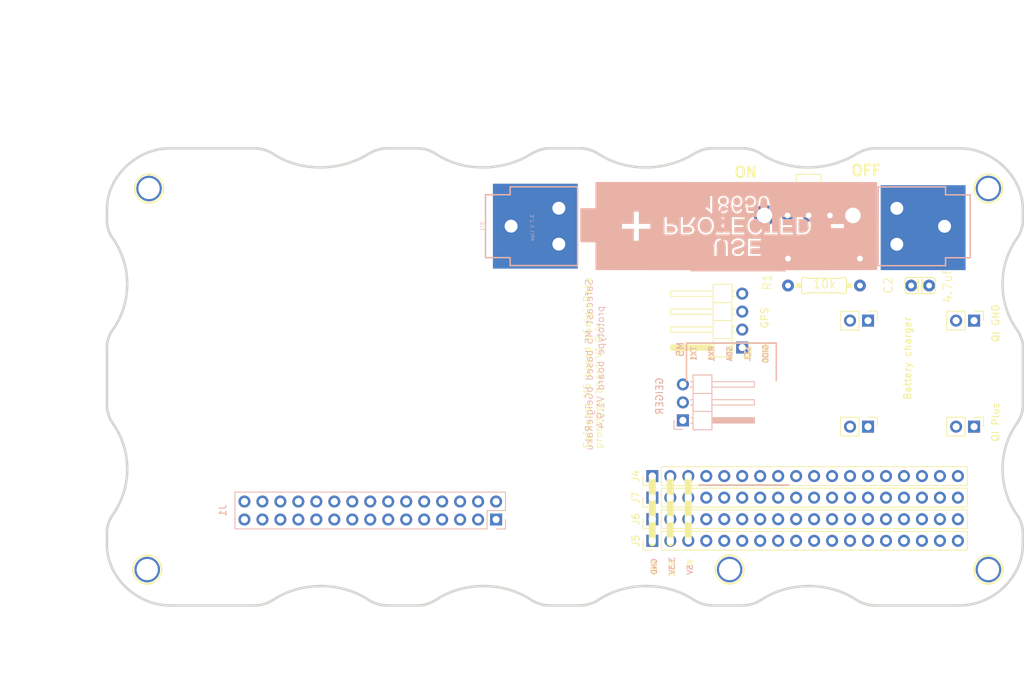
<source format=kicad_pcb>
(kicad_pcb (version 20200628) (host pcbnew "5.99.0-unknown-a61ea1f~89~ubuntu20.04.1")
  (layers (0 "F.Cu" signal) (31 "B.Cu" signal) (34 "B.Paste" user) (35 "F.Paste" user) (36 "B.SilkS" user) (37 "F.SilkS" user) (38 "B.Mask" user) (39 "F.Mask" user) (44 "Edge.Cuts" user))
  (net 0 "")
  (net 1 "GND")
  (net 2 "Net-(J1-Pad30)")
  (net 3 "/RX2")
  (net 4 "/TX2")
  (net 5 "/GIO13")
  (net 6 "/GIO5")
  (net 7 "Net-(J1-Pad4)")
  (net 8 "3.3V")
  (net 9 "5V")
  (net 10 "Net-(J1-Pad29)")
  (net 11 "Net-(J1-Pad27)")
  (net 12 "Net-(J1-Pad25)")
  (net 13 "Net-(J1-Pad23)")
  (net 14 "Net-(J1-Pad21)")
  (net 15 "Net-(J1-Pad11)")
  (net 16 "Net-(J1-Pad10)")
  (net 17 "Net-(J1-Pad9)")
  (net 18 "Net-(J1-Pad8)")
  (net 19 "Net-(J1-Pad7)")
  (net 20 "/AD1")
  (net 21 "Net-(J5-Pad12)")
  (net 22 "Net-(J5-Pad11)")
  (net 23 "Net-(J5-Pad10)")
  (net 24 "Net-(J5-Pad9)")
  (net 25 "Net-(J5-Pad8)")
  (net 26 "Net-(J5-Pad7)")
  (net 27 "Net-(J5-Pad6)")
  (net 28 "Net-(J5-Pad5)")
  (net 29 "Net-(J5-Pad4)")
  (net 30 "Net-(J6-Pad12)")
  (net 31 "Net-(J6-Pad11)")
  (net 32 "Net-(J6-Pad10)")
  (net 33 "Net-(J6-Pad9)")
  (net 34 "Net-(J6-Pad8)")
  (net 35 "Net-(J6-Pad7)")
  (net 36 "Net-(J6-Pad6)")
  (net 37 "Net-(J6-Pad5)")
  (net 38 "Net-(J6-Pad4)")
  (net 39 "Net-(J7-Pad12)")
  (net 40 "Net-(J7-Pad11)")
  (net 41 "Net-(J7-Pad10)")
  (net 42 "Net-(J7-Pad9)")
  (net 43 "/GIO34")
  (net 44 "/GIO0")
  (net 45 "/GIO2")
  (net 46 "/SCL")
  (net 47 "/SDA")
  (net 48 "/RX1")
  (net 49 "/TX1")
  (net 50 "/VBATT")
  (net 51 "Net-(J5-Pad18)")
  (net 52 "Net-(J5-Pad17)")
  (net 53 "Net-(J5-Pad16)")
  (net 54 "Net-(J5-Pad15)")
  (net 55 "Net-(J5-Pad14)")
  (net 56 "Net-(J5-Pad13)")
  (net 57 "Net-(J6-Pad18)")
  (net 58 "Net-(J6-Pad17)")
  (net 59 "Net-(J6-Pad16)")
  (net 60 "Net-(J6-Pad15)")
  (net 61 "Net-(J6-Pad14)")
  (net 62 "Net-(J6-Pad13)")
  (net 63 "Net-(J7-Pad18)")
  (net 64 "Net-(J7-Pad17)")
  (net 65 "Net-(J7-Pad16)")
  (net 66 "Net-(J7-Pad15)")
  (net 67 "Net-(J7-Pad14)")
  (net 68 "Net-(J7-Pad13)")
  (net 69 "/Reset")
  (net 70 "Net-(J9-Pad1)")
  (net 71 "Net-(J10-Pad1)")
  (net 72 "Net-(SW1-Pad1)")
  (net 73 "Net-(J4-Pad18)")
  (net 74 "Net-(J4-Pad17)")
  (net 75 "Net-(J4-Pad16)")
  (net 76 "Net-(J4-Pad15)")
  (net 77 "Net-(J4-Pad14)")
  (net 78 "Net-(J4-Pad13)")
  (net 79 "Net-(J4-Pad12)")
  (net 80 "Net-(J4-Pad11)")
  (net 81 "Net-(J4-Pad10)")
  (net 82 "Net-(J4-Pad9)")
  (net 83 "Net-(J4-Pad8)")
  (net 84 "Net-(J4-Pad7)")
  (net 85 "Net-(J4-Pad6)")
  (net 86 "Net-(J4-Pad5)")
  (net 87 "Net-(J4-Pad4)")
  (module "bGeigieNano V1.1.5:MOUNTINGHOLE_3.0_PLATEDTHIN" (layer "F.Cu") (at 172.5676 126.186)
    (fp_text reference "U$11" hide)
    (fp_text value "MOUNTINGHOLE3.0THIN" hide)
    (pad "P$1" thru_hole circle (at 0 0) (size 3.6 3.6) (drill 3) (layers *.Cu *.Mask))
  )
  (module "bGeigieNano V1.1.5:MOUNTINGHOLE_3.0_PLATEDTHIN" (layer "F.Cu") (at 90.2716 126.186)
    (fp_text reference "U$11" hide)
    (fp_text value "MOUNTINGHOLE3.0THIN" hide)
    (pad "P$1" thru_hole circle (at 0 0) (size 3.6 3.6) (drill 3) (layers *.Cu *.Mask))
  )
  (module "bGeigieNano V1.1.5:MOUNTINGHOLE_3.0_PLATEDTHIN" (layer "F.Cu") (at 90.5256 72.338)
    (fp_text reference "U$12" hide)
    (fp_text value "MOUNTINGHOLE3.0THIN" hide)
    (pad "P$1" thru_hole circle (at 0 0) (size 3.6 3.6) (drill 3) (layers *.Cu *.Mask))
  )
  (module "bGeigieRaku_M5_1015:18650 map" (layer "B.Cu") (at 172.0596 77.418 90)
    (fp_text reference "G***" (at 0 0 -90) (layer "B.SilkS") (effects (font (size 1.524 1.524) (thickness 0.3)) (justify mirror)))
    (fp_text value "LOGO" hide)
  )
  (module "bGeigieNano V1.1.5:MOUNTINGHOLE_3.0_PLATEDTHIN" (layer "F.Cu") (at 209.144 72.338)
    (fp_text reference "U$9" hide)
    (fp_text value "MOUNTINGHOLE3.0THIN" hide)
    (pad "P$1" thru_hole circle (at 0 0) (size 3.6 3.6) (drill 3) (layers *.Cu *.Mask))
  )
  (module "bGeigieNano V1.1.5:MOUNTINGHOLE_3.0_PLATEDTHIN" (layer "F.Cu") (at 209.1436 126.186)
    (fp_text reference "U$10" hide)
    (fp_text value "MOUNTINGHOLE3.0THIN" hide)
    (pad "P$1" thru_hole circle (at 0 0) (size 3.6 3.6) (drill 3) (layers *.Cu *.Mask))
  )
  (module "Connector_PinHeader_2.54mm:PinHeader_1x18_P2.54mm_Vertical" (layer "F.Cu") (at 161.646 112.978 90)
    (fp_text reference "J4" (at 0 -2.33 90) (layer "F.SilkS"))
    (fp_text value "Conn_01x14_Female" hide)
    (pad "18" thru_hole oval (at 0 43.18 90) (size 1.7 1.7) (drill 1) (layers *.Cu *.Mask) (net 73 "Net-(J4-Pad18)"))
    (pad "17" thru_hole oval (at 0 40.64 90) (size 1.7 1.7) (drill 1) (layers *.Cu *.Mask) (net 74 "Net-(J4-Pad17)"))
    (pad "16" thru_hole oval (at 0 38.1 90) (size 1.7 1.7) (drill 1) (layers *.Cu *.Mask) (net 75 "Net-(J4-Pad16)"))
    (pad "15" thru_hole oval (at 0 35.56 90) (size 1.7 1.7) (drill 1) (layers *.Cu *.Mask) (net 76 "Net-(J4-Pad15)"))
    (pad "14" thru_hole oval (at 0 33.02 90) (size 1.7 1.7) (drill 1) (layers *.Cu *.Mask) (net 77 "Net-(J4-Pad14)"))
    (pad "13" thru_hole oval (at 0 30.48 90) (size 1.7 1.7) (drill 1) (layers *.Cu *.Mask) (net 78 "Net-(J4-Pad13)"))
    (pad "12" thru_hole oval (at 0 27.94 90) (size 1.7 1.7) (drill 1) (layers *.Cu *.Mask) (net 79 "Net-(J4-Pad12)"))
    (pad "11" thru_hole oval (at 0 25.4 90) (size 1.7 1.7) (drill 1) (layers *.Cu *.Mask) (net 80 "Net-(J4-Pad11)"))
    (pad "10" thru_hole oval (at 0 22.86 90) (size 1.7 1.7) (drill 1) (layers *.Cu *.Mask) (net 81 "Net-(J4-Pad10)"))
    (pad "9" thru_hole oval (at 0 20.32 90) (size 1.7 1.7) (drill 1) (layers *.Cu *.Mask) (net 82 "Net-(J4-Pad9)"))
    (pad "8" thru_hole oval (at 0 17.78 90) (size 1.7 1.7) (drill 1) (layers *.Cu *.Mask) (net 83 "Net-(J4-Pad8)"))
    (pad "7" thru_hole oval (at 0 15.24 90) (size 1.7 1.7) (drill 1) (layers *.Cu *.Mask) (net 84 "Net-(J4-Pad7)"))
    (pad "6" thru_hole oval (at 0 12.7 90) (size 1.7 1.7) (drill 1) (layers *.Cu *.Mask) (net 85 "Net-(J4-Pad6)"))
    (pad "5" thru_hole oval (at 0 10.16 90) (size 1.7 1.7) (drill 1) (layers *.Cu *.Mask) (net 86 "Net-(J4-Pad5)"))
    (pad "4" thru_hole oval (at 0 7.62 90) (size 1.7 1.7) (drill 1) (layers *.Cu *.Mask) (net 87 "Net-(J4-Pad4)"))
    (pad "3" thru_hole oval (at 0 5.08 90) (size 1.7 1.7) (drill 1) (layers *.Cu *.Mask) (net 9 "5V"))
    (pad "2" thru_hole oval (at 0 2.54 90) (size 1.7 1.7) (drill 1) (layers *.Cu *.Mask) (net 8 "3.3V"))
    (pad "1" thru_hole rect (at 0 0 90) (size 1.7 1.7) (drill 1) (layers *.Cu *.Mask) (net 1 "GND"))
  )
  (module "Connector_PinHeader_2.54mm:PinHeader_1x02_P2.54mm_Vertical" (layer "F.Cu") (at 192.1256 105.993 -90)
    (fp_text reference "J11" hide)
    (fp_text value "QI charger Plus" hide)
    (pad "2" thru_hole oval (at 0 2.54 270) (size 1.7 1.7) (drill 1) (layers *.Cu *.Mask) (net 50 "/VBATT"))
    (pad "1" thru_hole rect (at 0 0 270) (size 1.7 1.7) (drill 1) (layers *.Cu *.Mask) (net 50 "/VBATT"))
  )
  (module "Connector_PinHeader_2.54mm:PinHeader_1x02_P2.54mm_Vertical" (layer "F.Cu") (at 207.1116 105.993 -90)
    (fp_text reference "J10" hide)
    (fp_text value "QI GND" (at -14.605 -3.0476 90) (layer "F.SilkS"))
    (pad "2" thru_hole oval (at 0 2.54 270) (size 1.7 1.7) (drill 1) (layers *.Cu *.Mask) (net 71 "Net-(J10-Pad1)"))
    (pad "1" thru_hole rect (at 0 0 270) (size 1.7 1.7) (drill 1) (layers *.Cu *.Mask) (net 71 "Net-(J10-Pad1)"))
  )
  (module "Connector_PinHeader_2.54mm:PinHeader_1x02_P2.54mm_Vertical" (layer "F.Cu") (at 207.1116 91.007 -90)
    (fp_text reference "J9" hide)
    (fp_text value "QI Plus" (at 14.351 -3.0476 90) (layer "F.SilkS"))
    (pad "2" thru_hole oval (at 0 2.54 270) (size 1.7 1.7) (drill 1) (layers *.Cu *.Mask) (net 70 "Net-(J9-Pad1)"))
    (pad "1" thru_hole rect (at 0 0 270) (size 1.7 1.7) (drill 1) (layers *.Cu *.Mask) (net 70 "Net-(J9-Pad1)"))
  )
  (module "Connector_PinHeader_2.54mm:PinHeader_1x02_P2.54mm_Vertical" (layer "F.Cu") (at 192.1256 91.007 -90)
    (fp_text reference "J8" hide)
    (fp_text value "QI charger GND" hide)
    (pad "2" thru_hole oval (at 0 2.54 270) (size 1.7 1.7) (drill 1) (layers *.Cu *.Mask) (net 1 "GND"))
    (pad "1" thru_hole rect (at 0 0 270) (size 1.7 1.7) (drill 1) (layers *.Cu *.Mask) (net 1 "GND"))
  )
  (module "Connector_PinHeader_2.54mm:PinHeader_2x15_P2.54mm_Vertical" (layer "B.Cu") (at 139.564 119.114 90)
    (fp_text reference "J1" (at 1.27 -38.6244 90) (layer "B.SilkS") (effects (justify mirror)))
    (fp_text value "M5 2x15 pin" hide)
    (pad "30" thru_hole oval (at 2.54 -35.56 90) (size 1.7 1.7) (drill 1) (layers *.Cu *.Mask) (net 2 "Net-(J1-Pad30)"))
    (pad "29" thru_hole oval (at 0 -35.56 90) (size 1.7 1.7) (drill 1) (layers *.Cu *.Mask) (net 10 "Net-(J1-Pad29)"))
    (pad "28" thru_hole oval (at 2.54 -33.02 90) (size 1.7 1.7) (drill 1) (layers *.Cu *.Mask) (net 9 "5V"))
    (pad "27" thru_hole oval (at 0 -33.02 90) (size 1.7 1.7) (drill 1) (layers *.Cu *.Mask) (net 11 "Net-(J1-Pad27)"))
    (pad "26" thru_hole oval (at 2.54 -30.48 90) (size 1.7 1.7) (drill 1) (layers *.Cu *.Mask) (net 43 "/GIO34"))
    (pad "25" thru_hole oval (at 0 -30.48 90) (size 1.7 1.7) (drill 1) (layers *.Cu *.Mask) (net 12 "Net-(J1-Pad25)"))
    (pad "24" thru_hole oval (at 2.54 -27.94 90) (size 1.7 1.7) (drill 1) (layers *.Cu *.Mask) (net 44 "/GIO0"))
    (pad "23" thru_hole oval (at 0 -27.94 90) (size 1.7 1.7) (drill 1) (layers *.Cu *.Mask) (net 13 "Net-(J1-Pad23)"))
    (pad "22" thru_hole oval (at 2.54 -25.4 90) (size 1.7 1.7) (drill 1) (layers *.Cu *.Mask) (net 5 "/GIO13"))
    (pad "21" thru_hole oval (at 0 -25.4 90) (size 1.7 1.7) (drill 1) (layers *.Cu *.Mask) (net 14 "Net-(J1-Pad21)"))
    (pad "20" thru_hole oval (at 2.54 -22.86 90) (size 1.7 1.7) (drill 1) (layers *.Cu *.Mask) (net 6 "/GIO5"))
    (pad "19" thru_hole oval (at 0 -22.86 90) (size 1.7 1.7) (drill 1) (layers *.Cu *.Mask) (net 45 "/GIO2"))
    (pad "18" thru_hole oval (at 2.54 -20.32 90) (size 1.7 1.7) (drill 1) (layers *.Cu *.Mask) (net 46 "/SCL"))
    (pad "17" thru_hole oval (at 0 -20.32 90) (size 1.7 1.7) (drill 1) (layers *.Cu *.Mask) (net 47 "/SDA"))
    (pad "16" thru_hole oval (at 2.54 -17.78 90) (size 1.7 1.7) (drill 1) (layers *.Cu *.Mask) (net 3 "/RX2"))
    (pad "15" thru_hole oval (at 0 -17.78 90) (size 1.7 1.7) (drill 1) (layers *.Cu *.Mask) (net 4 "/TX2"))
    (pad "14" thru_hole oval (at 2.54 -15.24 90) (size 1.7 1.7) (drill 1) (layers *.Cu *.Mask) (net 48 "/RX1"))
    (pad "13" thru_hole oval (at 0 -15.24 90) (size 1.7 1.7) (drill 1) (layers *.Cu *.Mask) (net 49 "/TX1"))
    (pad "12" thru_hole oval (at 2.54 -12.7 90) (size 1.7 1.7) (drill 1) (layers *.Cu *.Mask) (net 8 "3.3V"))
    (pad "11" thru_hole oval (at 0 -12.7 90) (size 1.7 1.7) (drill 1) (layers *.Cu *.Mask) (net 15 "Net-(J1-Pad11)"))
    (pad "10" thru_hole oval (at 2.54 -10.16 90) (size 1.7 1.7) (drill 1) (layers *.Cu *.Mask) (net 16 "Net-(J1-Pad10)"))
    (pad "9" thru_hole oval (at 0 -10.16 90) (size 1.7 1.7) (drill 1) (layers *.Cu *.Mask) (net 17 "Net-(J1-Pad9)"))
    (pad "8" thru_hole oval (at 2.54 -7.62 90) (size 1.7 1.7) (drill 1) (layers *.Cu *.Mask) (net 18 "Net-(J1-Pad8)"))
    (pad "7" thru_hole oval (at 0 -7.62 90) (size 1.7 1.7) (drill 1) (layers *.Cu *.Mask) (net 19 "Net-(J1-Pad7)"))
    (pad "6" thru_hole oval (at 2.54 -5.08 90) (size 1.7 1.7) (drill 1) (layers *.Cu *.Mask) (net 69 "/Reset"))
    (pad "5" thru_hole oval (at 0 -5.08 90) (size 1.7 1.7) (drill 1) (layers *.Cu *.Mask) (net 1 "GND"))
    (pad "4" thru_hole oval (at 2.54 -2.54 90) (size 1.7 1.7) (drill 1) (layers *.Cu *.Mask) (net 7 "Net-(J1-Pad4)"))
    (pad "3" thru_hole oval (at 0 -2.54 90) (size 1.7 1.7) (drill 1) (layers *.Cu *.Mask) (net 1 "GND"))
    (pad "2" thru_hole oval (at 2.54 0 90) (size 1.7 1.7) (drill 1) (layers *.Cu *.Mask) (net 20 "/AD1"))
    (pad "1" thru_hole rect (at 0 0 90) (size 1.7 1.7) (drill 1) (layers *.Cu *.Mask) (net 1 "GND"))
  )
  (module "Battery_Holders:BATTERY_18650-HOLDER" (layer "B.Cu") (at 172.314 77.672)
    (fp_text reference "BT1" (at -34.7218 0 -90) (layer "B.SilkS") (effects (font (size 0.48 0.48) (thickness 0.05)) (justify mirror)))
    (fp_text value " 3.7 V Lipo" (at -27.6352 0 -90) (layer "B.SilkS") (effects (font (size 0.48 0.48) (thickness 0.05)) (justify mirror)))
    (fp_text user "-" (at 16.51 -1.27) (layer "B.SilkS") (effects (font (thickness 0.05)) (justify mirror)))
    (fp_text user "+" (at -18.542 -1.27) (layer "B.SilkS") (effects (font (thickness 0.05)) (justify mirror)))
    (pad "GND@3" thru_hole circle (at 23.88 -2.53 90) (size 2.7432 2.7432) (drill 1.8288) (layers *.Cu *.Mask))
    (pad "2" thru_hole circle (at 30.628 0.01 180) (size 2.7432 2.7432) (drill 1.8288) (layers *.Cu *.Mask) (net 1 "GND"))
    (pad "GND@2" thru_hole circle (at 23.88 2.55 90) (size 2.7432 2.7432) (drill 1.8288) (layers *.Cu *.Mask))
    (pad "PWR@2" thru_hole circle (at -23.88 2.53 270) (size 2.7432 2.7432) (drill 1.8288) (layers *.Cu *.Mask))
    (pad "1" thru_hole circle (at -30.628 -0.01) (size 2.7432 2.7432) (drill 1.8288) (layers *.Cu *.Mask) (net 50 "/VBATT"))
    (pad "PWR@3" thru_hole circle (at -23.88 -2.55 270) (size 2.7432 2.7432) (drill 1.8288) (layers *.Cu *.Mask))
    (pad "1" smd rect (at -27.2 -0.01) (size 12 12) (layers "B.Cu" "B.Paste" "B.Mask") (net 50 "/VBATT"))
    (pad "2" smd rect (at 27.6 0.2 180) (size 12 12) (layers "B.Cu" "B.Paste" "B.Mask") (net 1 "GND"))
  )
  (module "Connector_PinHeader_2.54mm:PinHeader_1x18_P2.54mm_Vertical" (layer "F.Cu") (at 161.646 116.026 90)
    (fp_text reference "J7" (at 0 -2.33 90) (layer "F.SilkS"))
    (fp_text value "Conn_01x14_Female" hide)
    (pad "18" thru_hole oval (at 0 43.18 90) (size 1.7 1.7) (drill 1) (layers *.Cu *.Mask) (net 63 "Net-(J7-Pad18)"))
    (pad "17" thru_hole oval (at 0 40.64 90) (size 1.7 1.7) (drill 1) (layers *.Cu *.Mask) (net 64 "Net-(J7-Pad17)"))
    (pad "16" thru_hole oval (at 0 38.1 90) (size 1.7 1.7) (drill 1) (layers *.Cu *.Mask) (net 65 "Net-(J7-Pad16)"))
    (pad "15" thru_hole oval (at 0 35.56 90) (size 1.7 1.7) (drill 1) (layers *.Cu *.Mask) (net 66 "Net-(J7-Pad15)"))
    (pad "14" thru_hole oval (at 0 33.02 90) (size 1.7 1.7) (drill 1) (layers *.Cu *.Mask) (net 67 "Net-(J7-Pad14)"))
    (pad "13" thru_hole oval (at 0 30.48 90) (size 1.7 1.7) (drill 1) (layers *.Cu *.Mask) (net 68 "Net-(J7-Pad13)"))
    (pad "12" thru_hole oval (at 0 27.94 90) (size 1.7 1.7) (drill 1) (layers *.Cu *.Mask) (net 39 "Net-(J7-Pad12)"))
    (pad "11" thru_hole oval (at 0 25.4 90) (size 1.7 1.7) (drill 1) (layers *.Cu *.Mask) (net 40 "Net-(J7-Pad11)"))
    (pad "10" thru_hole oval (at 0 22.86 90) (size 1.7 1.7) (drill 1) (layers *.Cu *.Mask) (net 41 "Net-(J7-Pad10)"))
    (pad "9" thru_hole oval (at 0 20.32 90) (size 1.7 1.7) (drill 1) (layers *.Cu *.Mask) (net 42 "Net-(J7-Pad9)"))
    (pad "8" thru_hole oval (at 0 17.78 90) (size 1.7 1.7) (drill 1) (layers *.Cu *.Mask) (net 44 "/GIO0"))
    (pad "7" thru_hole oval (at 0 15.24 90) (size 1.7 1.7) (drill 1) (layers *.Cu *.Mask) (net 46 "/SCL"))
    (pad "6" thru_hole oval (at 0 12.7 90) (size 1.7 1.7) (drill 1) (layers *.Cu *.Mask) (net 47 "/SDA"))
    (pad "5" thru_hole oval (at 0 10.16 90) (size 1.7 1.7) (drill 1) (layers *.Cu *.Mask) (net 48 "/RX1"))
    (pad "4" thru_hole oval (at 0 7.62 90) (size 1.7 1.7) (drill 1) (layers *.Cu *.Mask) (net 49 "/TX1"))
    (pad "3" thru_hole oval (at 0 5.08 90) (size 1.7 1.7) (drill 1) (layers *.Cu *.Mask) (net 9 "5V"))
    (pad "2" thru_hole oval (at 0 2.54 90) (size 1.7 1.7) (drill 1) (layers *.Cu *.Mask) (net 8 "3.3V"))
    (pad "1" thru_hole rect (at 0 0 90) (size 1.7 1.7) (drill 1) (layers *.Cu *.Mask) (net 1 "GND"))
  )
  (module "Connector_PinHeader_2.54mm:PinHeader_1x18_P2.54mm_Vertical" (layer "F.Cu") (at 161.646 119.074 90)
    (fp_text reference "J6" (at 0 -2.33 90) (layer "F.SilkS"))
    (fp_text value "Conn_01x14_Female" hide)
    (pad "18" thru_hole oval (at 0 43.18 90) (size 1.7 1.7) (drill 1) (layers *.Cu *.Mask) (net 57 "Net-(J6-Pad18)"))
    (pad "17" thru_hole oval (at 0 40.64 90) (size 1.7 1.7) (drill 1) (layers *.Cu *.Mask) (net 58 "Net-(J6-Pad17)"))
    (pad "16" thru_hole oval (at 0 38.1 90) (size 1.7 1.7) (drill 1) (layers *.Cu *.Mask) (net 59 "Net-(J6-Pad16)"))
    (pad "15" thru_hole oval (at 0 35.56 90) (size 1.7 1.7) (drill 1) (layers *.Cu *.Mask) (net 60 "Net-(J6-Pad15)"))
    (pad "14" thru_hole oval (at 0 33.02 90) (size 1.7 1.7) (drill 1) (layers *.Cu *.Mask) (net 61 "Net-(J6-Pad14)"))
    (pad "13" thru_hole oval (at 0 30.48 90) (size 1.7 1.7) (drill 1) (layers *.Cu *.Mask) (net 62 "Net-(J6-Pad13)"))
    (pad "12" thru_hole oval (at 0 27.94 90) (size 1.7 1.7) (drill 1) (layers *.Cu *.Mask) (net 30 "Net-(J6-Pad12)"))
    (pad "11" thru_hole oval (at 0 25.4 90) (size 1.7 1.7) (drill 1) (layers *.Cu *.Mask) (net 31 "Net-(J6-Pad11)"))
    (pad "10" thru_hole oval (at 0 22.86 90) (size 1.7 1.7) (drill 1) (layers *.Cu *.Mask) (net 32 "Net-(J6-Pad10)"))
    (pad "9" thru_hole oval (at 0 20.32 90) (size 1.7 1.7) (drill 1) (layers *.Cu *.Mask) (net 33 "Net-(J6-Pad9)"))
    (pad "8" thru_hole oval (at 0 17.78 90) (size 1.7 1.7) (drill 1) (layers *.Cu *.Mask) (net 34 "Net-(J6-Pad8)"))
    (pad "7" thru_hole oval (at 0 15.24 90) (size 1.7 1.7) (drill 1) (layers *.Cu *.Mask) (net 35 "Net-(J6-Pad7)"))
    (pad "6" thru_hole oval (at 0 12.7 90) (size 1.7 1.7) (drill 1) (layers *.Cu *.Mask) (net 36 "Net-(J6-Pad6)"))
    (pad "5" thru_hole oval (at 0 10.16 90) (size 1.7 1.7) (drill 1) (layers *.Cu *.Mask) (net 37 "Net-(J6-Pad5)"))
    (pad "4" thru_hole oval (at 0 7.62 90) (size 1.7 1.7) (drill 1) (layers *.Cu *.Mask) (net 38 "Net-(J6-Pad4)"))
    (pad "3" thru_hole oval (at 0 5.08 90) (size 1.7 1.7) (drill 1) (layers *.Cu *.Mask) (net 9 "5V"))
    (pad "2" thru_hole oval (at 0 2.54 90) (size 1.7 1.7) (drill 1) (layers *.Cu *.Mask) (net 8 "3.3V"))
    (pad "1" thru_hole rect (at 0 0 90) (size 1.7 1.7) (drill 1) (layers *.Cu *.Mask) (net 1 "GND"))
  )
  (module "Connector_PinHeader_2.54mm:PinHeader_1x18_P2.54mm_Vertical" (layer "F.Cu") (at 161.646 122.122 90)
    (fp_text reference "J5" (at 0 -2.33 90) (layer "F.SilkS"))
    (fp_text value "Conn_01x14_Female" hide)
    (pad "18" thru_hole oval (at 0 43.18 90) (size 1.7 1.7) (drill 1) (layers *.Cu *.Mask) (net 51 "Net-(J5-Pad18)"))
    (pad "17" thru_hole oval (at 0 40.64 90) (size 1.7 1.7) (drill 1) (layers *.Cu *.Mask) (net 52 "Net-(J5-Pad17)"))
    (pad "16" thru_hole oval (at 0 38.1 90) (size 1.7 1.7) (drill 1) (layers *.Cu *.Mask) (net 53 "Net-(J5-Pad16)"))
    (pad "15" thru_hole oval (at 0 35.56 90) (size 1.7 1.7) (drill 1) (layers *.Cu *.Mask) (net 54 "Net-(J5-Pad15)"))
    (pad "14" thru_hole oval (at 0 33.02 90) (size 1.7 1.7) (drill 1) (layers *.Cu *.Mask) (net 55 "Net-(J5-Pad14)"))
    (pad "13" thru_hole oval (at 0 30.48 90) (size 1.7 1.7) (drill 1) (layers *.Cu *.Mask) (net 56 "Net-(J5-Pad13)"))
    (pad "12" thru_hole oval (at 0 27.94 90) (size 1.7 1.7) (drill 1) (layers *.Cu *.Mask) (net 21 "Net-(J5-Pad12)"))
    (pad "11" thru_hole oval (at 0 25.4 90) (size 1.7 1.7) (drill 1) (layers *.Cu *.Mask) (net 22 "Net-(J5-Pad11)"))
    (pad "10" thru_hole oval (at 0 22.86 90) (size 1.7 1.7) (drill 1) (layers *.Cu *.Mask) (net 23 "Net-(J5-Pad10)"))
    (pad "9" thru_hole oval (at 0 20.32 90) (size 1.7 1.7) (drill 1) (layers *.Cu *.Mask) (net 24 "Net-(J5-Pad9)"))
    (pad "8" thru_hole oval (at 0 17.78 90) (size 1.7 1.7) (drill 1) (layers *.Cu *.Mask) (net 25 "Net-(J5-Pad8)"))
    (pad "7" thru_hole oval (at 0 15.24 90) (size 1.7 1.7) (drill 1) (layers *.Cu *.Mask) (net 26 "Net-(J5-Pad7)"))
    (pad "6" thru_hole oval (at 0 12.7 90) (size 1.7 1.7) (drill 1) (layers *.Cu *.Mask) (net 27 "Net-(J5-Pad6)"))
    (pad "5" thru_hole oval (at 0 10.16 90) (size 1.7 1.7) (drill 1) (layers *.Cu *.Mask) (net 28 "Net-(J5-Pad5)"))
    (pad "4" thru_hole oval (at 0 7.62 90) (size 1.7 1.7) (drill 1) (layers *.Cu *.Mask) (net 29 "Net-(J5-Pad4)"))
    (pad "3" thru_hole oval (at 0 5.08 90) (size 1.7 1.7) (drill 1) (layers *.Cu *.Mask) (net 9 "5V"))
    (pad "2" thru_hole oval (at 0 2.54 90) (size 1.7 1.7) (drill 1) (layers *.Cu *.Mask) (net 8 "3.3V"))
    (pad "1" thru_hole rect (at 0 0 90) (size 1.7 1.7) (drill 1) (layers *.Cu *.Mask) (net 1 "GND"))
  )
  (module "bGeigieNano V1.1.5:0207_10" (layer "F.Cu") (at 185.903 82.244)
    (fp_text reference "R2" (at -7.315282 -1.016 90) (layer "F.SilkS") (effects (font (size 1.2065 1.2065) (thickness 0.12065)) (justify right bottom)))
    (fp_text value "1K" (at 1.1426 0.762) (layer "F.SilkS") (effects (font (size 1.2065 1.2065) (thickness 0.12065)) (justify right bottom)))
    (pad "1" thru_hole circle (at -5.08 0) (size 1.6764 1.6764) (drill 0.8128) (layers *.Cu *.Mask) (net 7 "Net-(J1-Pad4)"))
    (pad "2" thru_hole circle (at 5.08 0) (size 1.6764 1.6764) (drill 0.8128) (layers *.Cu *.Mask) (net 1 "GND"))
  )
  (module "bGeigieNano V1.1.5:0207_10" (layer "F.Cu") (at 185.903 86.054 180)
    (fp_text reference "R1" (at 7.315282 -0.762 90) (layer "F.SilkS") (effects (font (size 1.2065 1.2065) (thickness 0.12065)) (justify left bottom)))
    (fp_text value "10k" (at 1.6514 -0.508) (layer "F.SilkS") (effects (font (size 1.2065 1.2065) (thickness 0.12065)) (justify left bottom)))
    (pad "1" thru_hole circle (at -5.08 0 180) (size 1.6764 1.6764) (drill 0.8128) (layers *.Cu *.Mask) (net 2 "Net-(J1-Pad30)"))
    (pad "2" thru_hole circle (at 5.08 0 180) (size 1.6764 1.6764) (drill 0.8128) (layers *.Cu *.Mask) (net 7 "Net-(J1-Pad4)"))
  )
  (module "bGeigieNano V1.1.5:C025-024X044" (layer "F.Cu") (at 199.492 86.054 180)
    (fp_text reference "C2" (at 3.8104 1.27 90) (layer "F.SilkS") (effects (font (size 1.2065 1.2065) (thickness 0.12065)) (justify right bottom)))
    (fp_text value "4.7uf" (at -4.5716 2.286 90) (layer "F.SilkS") (effects (font (size 1.2065 1.2065) (thickness 0.12065)) (justify right bottom)))
    (pad "1" thru_hole circle (at -1.27 0 180) (size 1.6764 1.6764) (drill 0.8128) (layers *.Cu *.Mask) (net 69 "/Reset"))
    (pad "2" thru_hole circle (at 1.27 0 180) (size 1.6764 1.6764) (drill 0.8128) (layers *.Cu *.Mask) (net 1 "GND"))
  )
  (module "bGeigieNanoKit V1.1r5a:EG1206" (layer "F.Cu") (at 183.744 76.148 180)
    (fp_text reference "SW1" (at 9.6524 -1.778 270) (layer "F.SilkS") (effects (font (size 1.2065 1.2065) (thickness 0.09652)) (justify left top)))
    (fp_text value "SW_SPDT" hide)
    (pad "2" thru_hole circle (at 0 0 180) (size 1.6764 1.6764) (drill 0.8) (layers *.Cu *.Mask) (net 50 "/VBATT"))
    (pad "MT2" thru_hole circle (at 6.25 0 180) (size 3 3) (drill 2.2) (layers *.Cu *.Mask))
    (pad "MT1" thru_hole circle (at -6.25 0 180) (size 3 3) (drill 2.2) (layers *.Cu *.Mask))
    (pad "1" thru_hole circle (at -3 0 180) (size 1.6764 1.6764) (drill 0.8) (layers *.Cu *.Mask) (net 72 "Net-(SW1-Pad1)"))
    (pad "3" thru_hole circle (at 3 0 180) (size 1.6764 1.6764) (drill 0.8) (layers *.Cu *.Mask) (net 2 "Net-(J1-Pad30)"))
  )
  (module "Connector_PinHeader_2.54mm:PinHeader_1x04_P2.54mm_Horizontal" (layer "F.Cu") (at 174.3456 94.817 180)
    (fp_text reference "J3" hide)
    (fp_text value "GPS" (at -3.1746 4.191 270) (layer "F.SilkS"))
    (pad "4" thru_hole oval (at 0 7.62 180) (size 1.7 1.7) (drill 1) (layers *.Cu *.Mask) (net 8 "3.3V"))
    (pad "3" thru_hole oval (at 0 5.08 180) (size 1.7 1.7) (drill 1) (layers *.Cu *.Mask) (net 3 "/RX2"))
    (pad "2" thru_hole oval (at 0 2.54 180) (size 1.7 1.7) (drill 1) (layers *.Cu *.Mask) (net 4 "/TX2"))
    (pad "1" thru_hole rect (at 0 0 180) (size 1.7 1.7) (drill 1) (layers *.Cu *.Mask) (net 1 "GND"))
  )
  (module "Connector_PinHeader_2.54mm:PinHeader_1x03_P2.54mm_Horizontal" (layer "B.Cu") (at 165.9636 105.104)
    (fp_text reference "J2" hide)
    (fp_text value "Geiger" hide)
    (fp_text user "GEIGER " (at -3.3024 -3.048 270) (layer "B.SilkS") (effects (justify mirror)))
    (pad "3" thru_hole oval (at 0 -5.08) (size 1.7 1.7) (drill 1) (layers *.Cu *.Mask) (net 8 "3.3V"))
    (pad "2" thru_hole oval (at 0 -2.54) (size 1.7 1.7) (drill 1) (layers *.Cu *.Mask) (net 45 "/GIO2"))
    (pad "1" thru_hole rect (at 0 0) (size 1.7 1.7) (drill 1) (layers *.Cu *.Mask) (net 1 "GND"))
  )
  (gr_line (start 177.639224 130.088055) (end 176.868172 130.570289) (layer "Edge.Cuts") (width 0.358429))
  (gr_line (start 178.446489 129.67012) (end 177.639224 130.088055) (layer "Edge.Cuts") (width 0.358429))
  (gr_line (start 179.284795 129.316484) (end 178.446489 129.67012) (layer "Edge.Cuts") (width 0.358429))
  (gr_line (start 180.148967 129.027147) (end 179.284795 129.316484) (layer "Edge.Cuts") (width 0.358429))
  (gr_line (start 181.033833 128.802108) (end 180.148967 129.027147) (layer "Edge.Cuts") (width 0.358429))
  (gr_line (start 181.934217 128.641367) (end 181.033833 128.802108) (layer "Edge.Cuts") (width 0.358429))
  (gr_line (start 182.844946 128.544924) (end 181.934217 128.641367) (layer "Edge.Cuts") (width 0.358429))
  (gr_line (start 183.760848 128.512778) (end 182.844946 128.544924) (layer "Edge.Cuts") (width 0.358429))
  (gr_line (start 184.676747 128.54493) (end 183.760848 128.512778) (layer "Edge.Cuts") (width 0.358429))
  (gr_line (start 185.587471 128.641378) (end 184.676747 128.54493) (layer "Edge.Cuts") (width 0.358429))
  (gr_line (start 186.487845 128.802123) (end 185.587471 128.641378) (layer "Edge.Cuts") (width 0.358429))
  (gr_line (start 187.372696 129.027164) (end 186.487845 128.802123) (layer "Edge.Cuts") (width 0.358429))
  (gr_line (start 188.236851 129.316502) (end 187.372696 129.027164) (layer "Edge.Cuts") (width 0.358429))
  (gr_line (start 189.075135 129.670135) (end 188.236851 129.316502) (layer "Edge.Cuts") (width 0.358429))
  (gr_line (start 189.882375 130.088064) (end 189.075135 129.670135) (layer "Edge.Cuts") (width 0.358429))
  (gr_line (start 190.653397 130.570289) (end 189.882375 130.088064) (layer "Edge.Cuts") (width 0.358429))
  (gr_line (start 190.782296 130.64456) (end 190.653405 130.570289) (layer "Edge.Cuts") (width 0.358429))
  (gr_line (start 190.913542 130.714861) (end 190.782296 130.64456) (layer "Edge.Cuts") (width 0.358429))
  (gr_line (start 191.047009 130.781145) (end 190.913542 130.714861) (layer "Edge.Cuts") (width 0.358429))
  (gr_line (start 191.182563 130.843363) (end 191.047009 130.781145) (layer "Edge.Cuts") (width 0.358429))
  (gr_line (start 191.320068 130.901469) (end 191.182563 130.843363) (layer "Edge.Cuts") (width 0.358429))
  (gr_line (start 191.459391 130.955414) (end 191.320068 130.901469) (layer "Edge.Cuts") (width 0.358429))
  (gr_line (start 191.600398 131.00515) (end 191.459391 130.955414) (layer "Edge.Cuts") (width 0.358429))
  (gr_line (start 191.742954 131.050631) (end 191.600398 131.00515) (layer "Edge.Cuts") (width 0.358429))
  (gr_line (start 191.886924 131.091809) (end 191.742954 131.050631) (layer "Edge.Cuts") (width 0.358429))
  (gr_line (start 192.032175 131.128636) (end 191.886924 131.091809) (layer "Edge.Cuts") (width 0.358429))
  (gr_line (start 192.178571 131.161064) (end 192.032175 131.128636) (layer "Edge.Cuts") (width 0.358429))
  (gr_line (start 192.32598 131.189046) (end 192.178571 131.161064) (layer "Edge.Cuts") (width 0.358429))
  (gr_line (start 192.474265 131.212535) (end 192.32598 131.189046) (layer "Edge.Cuts") (width 0.358429))
  (gr_line (start 192.623294 131.231481) (end 192.474265 131.212535) (layer "Edge.Cuts") (width 0.358429))
  (gr_line (start 192.772931 131.245839) (end 192.623294 131.231481) (layer "Edge.Cuts") (width 0.358429))
  (gr_line (start 192.923043 131.255561) (end 192.772931 131.245839) (layer "Edge.Cuts") (width 0.358429))
  (gr_line (start 204.922081 131.255561) (end 192.923043 131.255561) (layer "Edge.Cuts") (width 0.358429))
  (gr_line (start 205.37385 131.252682) (end 204.922158 131.255591) (layer "Edge.Cuts") (width 0.358429))
  (gr_line (start 205.821916 131.225512) (end 205.37385 131.252682) (layer "Edge.Cuts") (width 0.358429))
  (gr_line (start 206.265631 131.174773) (end 205.821916 131.225512) (layer "Edge.Cuts") (width 0.358429))
  (gr_line (start 206.704273 131.10116) (end 206.265631 131.174773) (layer "Edge.Cuts") (width 0.358429))
  (gr_line (start 207.137119 131.005365) (end 206.704273 131.10116) (layer "Edge.Cuts") (width 0.358429))
  (gr_line (start 207.563446 130.888083) (end 207.137119 131.005365) (layer "Edge.Cuts") (width 0.358429))
  (gr_line (start 207.982532 130.750006) (end 207.563446 130.888083) (layer "Edge.Cuts") (width 0.358429))
  (gr_line (start 208.393653 130.591828) (end 207.982532 130.750006) (layer "Edge.Cuts") (width 0.358429))
  (gr_line (start 208.796087 130.414242) (end 208.393653 130.591828) (layer "Edge.Cuts") (width 0.358429))
  (gr_line (start 209.189111 130.217942) (end 208.796087 130.414242) (layer "Edge.Cuts") (width 0.358429))
  (gr_line (start 209.572002 130.003622) (end 209.189111 130.217942) (layer "Edge.Cuts") (width 0.358429))
  (gr_line (start 209.944037 129.771974) (end 209.572002 130.003622) (layer "Edge.Cuts") (width 0.358429))
  (gr_line (start 210.304494 129.523692) (end 209.944037 129.771974) (layer "Edge.Cuts") (width 0.358429))
  (gr_line (start 210.652649 129.25947) (end 210.304494 129.523692) (layer "Edge.Cuts") (width 0.358429))
  (gr_line (start 210.98778 128.98) (end 210.652649 129.25947) (layer "Edge.Cuts") (width 0.358429))
  (gr_line (start 211.309164 128.685977) (end 210.98778 128.98) (layer "Edge.Cuts") (width 0.358429))
  (gr_line (start 211.616077 128.378093) (end 211.309164 128.685977) (layer "Edge.Cuts") (width 0.358429))
  (gr_line (start 211.907798 128.057043) (end 211.616077 128.378093) (layer "Edge.Cuts") (width 0.358429))
  (gr_line (start 212.183604 127.723519) (end 211.907798 128.057043) (layer "Edge.Cuts") (width 0.358429))
  (gr_line (start 212.442771 127.378215) (end 212.183604 127.723519) (layer "Edge.Cuts") (width 0.358429))
  (gr_line (start 212.684576 127.021824) (end 212.442771 127.378215) (layer "Edge.Cuts") (width 0.358429))
  (gr_line (start 212.908298 126.65504) (end 212.684576 127.021824) (layer "Edge.Cuts") (width 0.358429))
  (gr_line (start 213.113212 126.278556) (end 212.908298 126.65504) (layer "Edge.Cuts") (width 0.358429))
  (gr_line (start 213.298597 125.893066) (end 213.113212 126.278556) (layer "Edge.Cuts") (width 0.358429))
  (gr_line (start 213.463729 125.499263) (end 213.298597 125.893066) (layer "Edge.Cuts") (width 0.358429))
  (gr_line (start 213.607885 125.09784) (end 213.463729 125.499263) (layer "Edge.Cuts") (width 0.358429))
  (gr_line (start 213.730343 124.689491) (end 213.607885 125.09784) (layer "Edge.Cuts") (width 0.358429))
  (gr_line (start 213.83038 124.274909) (end 213.730343 124.689491) (layer "Edge.Cuts") (width 0.358429))
  (gr_line (start 213.907273 123.854787) (end 213.83038 124.274909) (layer "Edge.Cuts") (width 0.358429))
  (gr_line (start 213.960299 123.42982) (end 213.907273 123.854787) (layer "Edge.Cuts") (width 0.358429))
  (gr_line (start 213.988736 123.000701) (end 213.960299 123.42982) (layer "Edge.Cuts") (width 0.358429))
  (gr_line (start 213.99186 122.568122) (end 213.988736 123.000701) (layer "Edge.Cuts") (width 0.358429))
  (gr_line (start 213.991936 120.752265) (end 213.991936 122.568152) (layer "Edge.Cuts") (width 0.358429))
  (gr_line (start 213.980911 120.608654) (end 213.991936 120.752265) (layer "Edge.Cuts") (width 0.358429))
  (gr_line (start 213.965384 120.465403) (end 213.980911 120.608654) (layer "Edge.Cuts") (width 0.358429))
  (gr_line (start 176.337994 130.841039) (end 176.200503 130.899278) (layer "Edge.Cuts") (width 0.358429))
  (gr_line (start 176.200503 130.899278) (end 176.061266 130.953528) (layer "Edge.Cuts") (width 0.358429))
  (gr_line (start 176.061266 130.953528) (end 175.920401 131.003694) (layer "Edge.Cuts") (width 0.358429))
  (gr_line (start 176.607276 130.712984) (end 176.473624 130.778909) (layer "Edge.Cuts") (width 0.358429))
  (gr_line (start 176.473624 130.778909) (end 176.337994 130.841039) (layer "Edge.Cuts") (width 0.358429))
  (gr_line (start 175.778024 131.049678) (end 175.634251 131.091383) (layer "Edge.Cuts") (width 0.358429))
  (gr_line (start 175.920401 131.003694) (end 175.778024 131.049678) (layer "Edge.Cuts") (width 0.358429))
  (gr_line (start 175.489199 131.128714) (end 175.342984 131.161573) (layer "Edge.Cuts") (width 0.358429))
  (gr_line (start 176.738833 130.643361) (end 176.607276 130.712984) (layer "Edge.Cuts") (width 0.358429))
  (gr_line (start 175.634251 131.091383) (end 175.489199 131.128714) (layer "Edge.Cuts") (width 0.358429))
  (gr_line (start 168.903313 131.091657) (end 168.759342 131.050479) (layer "Edge.Cuts") (width 0.358429))
  (gr_line (start 169.048563 131.128483) (end 168.903313 131.091657) (layer "Edge.Cuts") (width 0.358429))
  (gr_line (start 175.195723 131.189864) (end 175.047531 131.213489) (layer "Edge.Cuts") (width 0.358429))
  (gr_line (start 176.86818 130.570136) (end 176.738833 130.643361) (layer "Edge.Cuts") (width 0.358429))
  (gr_line (start 169.490652 131.212382) (end 169.342367 131.188894) (layer "Edge.Cuts") (width 0.358429))
  (gr_line (start 169.639679 131.231329) (end 169.490652 131.212382) (layer "Edge.Cuts") (width 0.358429))
  (gr_line (start 169.19496 131.160912) (end 169.048563 131.128483) (layer "Edge.Cuts") (width 0.358429))
  (gr_line (start 169.342367 131.188894) (end 169.19496 131.160912) (layer "Edge.Cuts") (width 0.358429))
  (gr_line (start 174.748824 131.246358) (end 174.598542 131.255408) (layer "Edge.Cuts") (width 0.358429))
  (gr_line (start 169.789314 131.245687) (end 169.639679 131.231329) (layer "Edge.Cuts") (width 0.358429))
  (gr_line (start 129.375749 131.161573) (end 129.228487 131.189864) (layer "Edge.Cuts") (width 0.358429))
  (gr_line (start 129.521964 131.128714) (end 129.375749 131.161573) (layer "Edge.Cuts") (width 0.358429))
  (gr_line (start 129.667017 131.091383) (end 129.521964 131.128714) (layer "Edge.Cuts") (width 0.358429))
  (gr_line (start 129.81079 131.049678) (end 129.667017 131.091383) (layer "Edge.Cuts") (width 0.358429))
  (gr_line (start 129.953167 131.003694) (end 129.81079 131.049678) (layer "Edge.Cuts") (width 0.358429))
  (gr_line (start 130.094032 130.953528) (end 129.953167 131.003694) (layer "Edge.Cuts") (width 0.358429))
  (gr_line (start 130.233269 130.899278) (end 130.094032 130.953528) (layer "Edge.Cuts") (width 0.358429))
  (gr_line (start 130.37076 130.841039) (end 130.233269 130.899278) (layer "Edge.Cuts") (width 0.358429))
  (gr_line (start 130.506391 130.778909) (end 130.37076 130.841039) (layer "Edge.Cuts") (width 0.358429))
  (gr_line (start 130.640043 130.712984) (end 130.506391 130.778909) (layer "Edge.Cuts") (width 0.358429))
  (gr_line (start 130.771601 130.643361) (end 130.640043 130.712984) (layer "Edge.Cuts") (width 0.358429))
  (gr_line (start 130.900948 130.570136) (end 130.771601 130.643361) (layer "Edge.Cuts") (width 0.358429))
  (gr_line (start 131.671999 130.087902) (end 130.900948 130.570136) (layer "Edge.Cuts") (width 0.358429))
  (gr_line (start 132.479264 129.669968) (end 131.671999 130.087902) (layer "Edge.Cuts") (width 0.358429))
  (gr_line (start 133.317569 129.316332) (end 132.479264 129.669968) (layer "Edge.Cuts") (width 0.358429))
  (gr_line (start 134.18174 129.026995) (end 133.317569 129.316332) (layer "Edge.Cuts") (width 0.358429))
  (gr_line (start 135.066605 128.801956) (end 134.18174 129.026995) (layer "Edge.Cuts") (width 0.358429))
  (gr_line (start 135.966988 128.641215) (end 135.066605 128.801956) (layer "Edge.Cuts") (width 0.358429))
  (gr_line (start 136.877717 128.544771) (end 135.966988 128.641215) (layer "Edge.Cuts") (width 0.358429))
  (gr_line (start 137.793617 128.512626) (end 136.877717 128.544771) (layer "Edge.Cuts") (width 0.358429))
  (gr_line (start 138.709516 128.544777) (end 137.793617 128.512626) (layer "Edge.Cuts") (width 0.358429))
  (gr_line (start 139.620238 128.641225) (end 138.709516 128.544777) (layer "Edge.Cuts") (width 0.358429))
  (gr_line (start 140.520612 128.80197) (end 139.620238 128.641225) (layer "Edge.Cuts") (width 0.358429))
  (gr_line (start 141.405462 129.027012) (end 140.520612 128.80197) (layer "Edge.Cuts") (width 0.358429))
  (gr_line (start 142.269615 129.316349) (end 141.405462 129.027012) (layer "Edge.Cuts") (width 0.358429))
  (gr_line (start 143.107898 129.669983) (end 142.269615 129.316349) (layer "Edge.Cuts") (width 0.358429))
  (gr_line (start 143.915137 130.087912) (end 143.107898 129.669983) (layer "Edge.Cuts") (width 0.358429))
  (gr_line (start 144.686158 130.570136) (end 143.915137 130.087912) (layer "Edge.Cuts") (width 0.358429))
  (gr_line (start 144.815055 130.644407) (end 144.686161 130.570136) (layer "Edge.Cuts") (width 0.358429))
  (gr_line (start 144.946303 130.714709) (end 144.815055 130.644407) (layer "Edge.Cuts") (width 0.358429))
  (gr_line (start 145.079772 130.780992) (end 144.946303 130.714709) (layer "Edge.Cuts") (width 0.358429))
  (gr_line (start 145.215327 130.843211) (end 145.079772 130.780992) (layer "Edge.Cuts") (width 0.358429))
  (gr_line (start 145.352834 130.901316) (end 145.215327 130.843211) (layer "Edge.Cuts") (width 0.358429))
  (gr_line (start 145.492159 130.955261) (end 145.352834 130.901316) (layer "Edge.Cuts") (width 0.358429))
  (gr_line (start 145.633166 131.004998) (end 145.492159 130.955261) (layer "Edge.Cuts") (width 0.358429))
  (gr_line (start 145.775722 131.050479) (end 145.633166 131.004998) (layer "Edge.Cuts") (width 0.358429))
  (gr_line (start 145.919693 131.091657) (end 145.775722 131.050479) (layer "Edge.Cuts") (width 0.358429))
  (gr_line (start 146.064944 131.128483) (end 145.919693 131.091657) (layer "Edge.Cuts") (width 0.358429))
  (gr_line (start 146.21134 131.160912) (end 146.064944 131.128483) (layer "Edge.Cuts") (width 0.358429))
  (gr_line (start 146.358748 131.188894) (end 146.21134 131.160912) (layer "Edge.Cuts") (width 0.358429))
  (gr_line (start 146.507032 131.212382) (end 146.358748 131.188894) (layer "Edge.Cuts") (width 0.358429))
  (gr_line (start 146.656059 131.231329) (end 146.507032 131.212382) (layer "Edge.Cuts") (width 0.358429))
  (gr_line (start 146.805694 131.245687) (end 146.656059 131.231329) (layer "Edge.Cuts") (width 0.358429))
  (gr_line (start 146.955803 131.255408) (end 146.805694 131.245687) (layer "Edge.Cuts") (width 0.358429))
  (gr_line (start 151.61493 131.255408) (end 146.955807 131.255408) (layer "Edge.Cuts") (width 0.358429))
  (gr_line (start 151.765214 131.246358) (end 151.61493 131.255408) (layer "Edge.Cuts") (width 0.358429))
  (gr_line (start 151.914916 131.232353) (end 151.765214 131.246358) (layer "Edge.Cuts") (width 0.358429))
  (gr_line (start 152.063922 131.213489) (end 151.914916 131.232353) (layer "Edge.Cuts") (width 0.358429))
  (gr_line (start 152.212114 131.189864) (end 152.063922 131.213489) (layer "Edge.Cuts") (width 0.358429))
  (gr_line (start 169.939423 131.255408) (end 169.789314 131.245687) (layer "Edge.Cuts") (width 0.358429))
  (gr_line (start 168.616785 131.004998) (end 168.475777 130.955261) (layer "Edge.Cuts") (width 0.358429))
  (gr_line (start 168.759342 131.050479) (end 168.616785 131.004998) (layer "Edge.Cuts") (width 0.358429))
  (gr_line (start 164.389088 129.027012) (end 163.504238 128.80197) (layer "Edge.Cuts") (width 0.358429))
  (gr_line (start 165.253242 129.316349) (end 164.389088 129.027012) (layer "Edge.Cuts") (width 0.358429))
  (gr_line (start 166.091525 129.669983) (end 165.253242 129.316349) (layer "Edge.Cuts") (width 0.358429))
  (gr_line (start 166.898764 130.087912) (end 166.091525 129.669983) (layer "Edge.Cuts") (width 0.358429))
  (gr_line (start 175.342984 131.161573) (end 175.195723 131.189864) (layer "Edge.Cuts") (width 0.358429))
  (gr_line (start 174.898526 131.232353) (end 174.748824 131.246358) (layer "Edge.Cuts") (width 0.358429))
  (gr_line (start 154.655619 130.087902) (end 153.884568 130.570136) (layer "Edge.Cuts") (width 0.358429))
  (gr_line (start 155.462885 129.669968) (end 154.655619 130.087902) (layer "Edge.Cuts") (width 0.358429))
  (gr_line (start 156.301191 129.316332) (end 155.462885 129.669968) (layer "Edge.Cuts") (width 0.358429))
  (gr_line (start 157.165363 129.026995) (end 156.301191 129.316332) (layer "Edge.Cuts") (width 0.358429))
  (gr_line (start 158.050228 128.801956) (end 157.165363 129.026995) (layer "Edge.Cuts") (width 0.358429))
  (gr_line (start 158.950612 128.641215) (end 158.050228 128.801956) (layer "Edge.Cuts") (width 0.358429))
  (gr_line (start 159.861341 128.544771) (end 158.950612 128.641215) (layer "Edge.Cuts") (width 0.358429))
  (gr_line (start 160.777242 128.512626) (end 159.861341 128.544771) (layer "Edge.Cuts") (width 0.358429))
  (gr_line (start 161.693141 128.544777) (end 160.777242 128.512626) (layer "Edge.Cuts") (width 0.358429))
  (gr_line (start 162.603864 128.641225) (end 161.693141 128.544777) (layer "Edge.Cuts") (width 0.358429))
  (gr_line (start 163.504238 128.80197) (end 162.603864 128.641225) (layer "Edge.Cuts") (width 0.358429))
  (gr_line (start 167.669785 130.570136) (end 166.898764 130.087912) (layer "Edge.Cuts") (width 0.358429))
  (gr_line (start 167.798671 130.644407) (end 167.669777 130.570136) (layer "Edge.Cuts") (width 0.358429))
  (gr_line (start 167.92992 130.714709) (end 167.798671 130.644407) (layer "Edge.Cuts") (width 0.358429))
  (gr_line (start 168.06339 130.780992) (end 167.92992 130.714709) (layer "Edge.Cuts") (width 0.358429))
  (gr_line (start 168.198945 130.843211) (end 168.06339 130.780992) (layer "Edge.Cuts") (width 0.358429))
  (gr_line (start 168.336452 130.901316) (end 168.198945 130.843211) (layer "Edge.Cuts") (width 0.358429))
  (gr_line (start 168.475777 130.955261) (end 168.336452 130.901316) (layer "Edge.Cuts") (width 0.358429))
  (gr_line (start 152.359375 131.161573) (end 152.212114 131.189864) (layer "Edge.Cuts") (width 0.358429))
  (gr_line (start 152.50559 131.128714) (end 152.359375 131.161573) (layer "Edge.Cuts") (width 0.358429))
  (gr_line (start 152.650642 131.091383) (end 152.50559 131.128714) (layer "Edge.Cuts") (width 0.358429))
  (gr_line (start 152.794415 131.049678) (end 152.650642 131.091383) (layer "Edge.Cuts") (width 0.358429))
  (gr_line (start 152.936792 131.003694) (end 152.794415 131.049678) (layer "Edge.Cuts") (width 0.358429))
  (gr_line (start 153.077656 130.953528) (end 152.936792 131.003694) (layer "Edge.Cuts") (width 0.358429))
  (gr_line (start 153.216892 130.899278) (end 153.077656 130.953528) (layer "Edge.Cuts") (width 0.358429))
  (gr_line (start 153.354383 130.841039) (end 153.216892 130.899278) (layer "Edge.Cuts") (width 0.358429))
  (gr_line (start 153.490012 130.778909) (end 153.354383 130.841039) (layer "Edge.Cuts") (width 0.358429))
  (gr_line (start 153.623664 130.712984) (end 153.490012 130.778909) (layer "Edge.Cuts") (width 0.358429))
  (gr_line (start 153.755221 130.643361) (end 153.623664 130.712984) (layer "Edge.Cuts") (width 0.358429))
  (gr_line (start 153.884568 130.570136) (end 153.755221 130.643361) (layer "Edge.Cuts") (width 0.358429))
  (gr_line (start 175.047531 131.213489) (end 174.898526 131.232353) (layer "Edge.Cuts") (width 0.358429))
  (gr_line (start 131.671795 67.833688) (end 132.478163 68.248714) (layer "Edge.Cuts") (width 0.358429))
  (gr_line (start 130.90094 67.351386) (end 131.671795 67.833688) (layer "Edge.Cuts") (width 0.358429))
  (gr_line (start 130.772042 67.277127) (end 130.900948 67.351386) (layer "Edge.Cuts") (width 0.358429))
  (gr_line (start 130.640783 67.206834) (end 130.772042 67.277127) (layer "Edge.Cuts") (width 0.358429))
  (gr_line (start 130.507308 67.140555) (end 130.640783 67.206834) (layer "Edge.Cuts") (width 0.358429))
  (gr_line (start 130.371749 67.078336) (end 130.507308 67.140555) (layer "Edge.Cuts") (width 0.358429))
  (gr_line (start 130.23424 67.020224) (end 130.371749 67.078336) (layer "Edge.Cuts") (width 0.358429))
  (gr_line (start 130.094916 66.966268) (end 130.23424 67.020224) (layer "Edge.Cuts") (width 0.358429))
  (gr_line (start 129.95391 66.916514) (end 130.094916 66.966268) (layer "Edge.Cuts") (width 0.358429))
  (gr_line (start 129.811357 66.871009) (end 129.95391 66.916514) (layer "Edge.Cuts") (width 0.358429))
  (gr_line (start 129.66739 66.8298) (end 129.811357 66.871009) (layer "Edge.Cuts") (width 0.358429))
  (gr_line (start 129.522144 66.792936) (end 129.66739 66.8298) (layer "Edge.Cuts") (width 0.358429))
  (gr_line (start 129.375752 66.760462) (end 129.522144 66.792936) (layer "Edge.Cuts") (width 0.358429))
  (gr_line (start 129.228349 66.732427) (end 129.375752 66.760462) (layer "Edge.Cuts") (width 0.358429))
  (gr_line (start 129.080068 66.708876) (end 129.228349 66.732427) (layer "Edge.Cuts") (width 0.358429))
  (gr_line (start 128.931044 66.689859) (end 129.080068 66.708876) (layer "Edge.Cuts") (width 0.358429))
  (gr_line (start 128.781411 66.675421) (end 128.931044 66.689859) (layer "Edge.Cuts") (width 0.358429))
  (gr_line (start 128.631302 66.66561) (end 128.781411 66.675421) (layer "Edge.Cuts") (width 0.358429))
  (gr_line (start 123.97218 66.66561) (end 128.631302 66.66561) (layer "Edge.Cuts") (width 0.358429))
  (gr_line (start 123.820949 66.670962) (end 123.972176 66.66561) (layer "Edge.Cuts") (width 0.358429))
  (gr_line (start 123.67087 66.683002) (end 123.820949 66.670962) (layer "Edge.Cuts") (width 0.358429))
  (gr_line (start 123.52196 66.701367) (end 123.67087 66.683002) (layer "Edge.Cuts") (width 0.358429))
  (gr_line (start 123.374242 66.725697) (end 123.52196 66.701367) (layer "Edge.Cuts") (width 0.358429))
  (gr_line (start 123.227738 66.755631) (end 123.374242 66.725697) (layer "Edge.Cuts") (width 0.358429))
  (gr_line (start 123.082469 66.790806) (end 123.227738 66.755631) (layer "Edge.Cuts") (width 0.358429))
  (gr_line (start 122.938457 66.830862) (end 123.082469 66.790806) (layer "Edge.Cuts") (width 0.358429))
  (gr_line (start 122.795725 66.875438) (end 122.938457 66.830862) (layer "Edge.Cuts") (width 0.358429))
  (gr_line (start 122.654293 66.924171) (end 122.795725 66.875438) (layer "Edge.Cuts") (width 0.358429))
  (gr_line (start 122.514185 66.976702) (end 122.654293 66.924171) (layer "Edge.Cuts") (width 0.358429))
  (gr_line (start 122.375421 67.032668) (end 122.514185 66.976702) (layer "Edge.Cuts") (width 0.358429))
  (gr_line (start 122.238023 67.091708) (end 122.375421 67.032668) (layer "Edge.Cuts") (width 0.358429))
  (gr_line (start 121.967416 67.217566) (end 122.238023 67.091708) (layer "Edge.Cuts") (width 0.358429))
  (gr_line (start 121.702538 67.351386) (end 121.967416 67.217566) (layer "Edge.Cuts") (width 0.358429))
  (gr_line (start 120.925867 67.811425) (end 121.702538 67.351386) (layer "Edge.Cuts") (width 0.358429))
  (gr_line (start 120.114459 68.213093) (end 120.925867 67.811425) (layer "Edge.Cuts") (width 0.358429))
  (gr_line (start 119.273331 68.555756) (end 120.114459 68.213093) (layer "Edge.Cuts") (width 0.358429))
  (gr_line (start 118.407501 68.838776) (end 119.273331 68.555756) (layer "Edge.Cuts") (width 0.358429))
  (gr_line (start 117.521987 69.061518) (end 118.407501 68.838776) (layer "Edge.Cuts") (width 0.358429))
  (gr_line (start 116.621808 69.223345) (end 117.521987 69.061518) (layer "Edge.Cuts") (width 0.358429))
  (gr_line (start 115.71198 69.323622) (end 116.621808 69.223345) (layer "Edge.Cuts") (width 0.358429))
  (gr_line (start 114.797523 69.361712) (end 115.71198 69.323622) (layer "Edge.Cuts") (width 0.358429))
  (gr_line (start 113.883453 69.33698) (end 114.797523 69.361712) (layer "Edge.Cuts") (width 0.358429))
  (gr_line (start 112.974788 69.248789) (end 113.883453 69.33698) (layer "Edge.Cuts") (width 0.358429))
  (gr_line (start 112.076547 69.096503) (end 112.974788 69.248789) (layer "Edge.Cuts") (width 0.358429))
  (gr_line (start 111.193748 68.879485) (end 112.076547 69.096503) (layer "Edge.Cuts") (width 0.358429))
  (gr_line (start 110.331407 68.597101) (end 111.193748 68.879485) (layer "Edge.Cuts") (width 0.358429))
  (gr_line (start 109.494544 68.248714) (end 110.331407 68.597101) (layer "Edge.Cuts") (width 0.358429))
  (gr_line (start 108.688176 67.833688) (end 109.494544 68.248714) (layer "Edge.Cuts") (width 0.358429))
  (gr_line (start 107.917321 67.351386) (end 108.688176 67.833688) (layer "Edge.Cuts") (width 0.358429))
  (gr_line (start 107.788419 67.277127) (end 107.917325 67.351386) (layer "Edge.Cuts") (width 0.358429))
  (gr_line (start 107.657161 67.206834) (end 107.788419 67.277127) (layer "Edge.Cuts") (width 0.358429))
  (gr_line (start 107.523686 67.140555) (end 107.657161 67.206834) (layer "Edge.Cuts") (width 0.358429))
  (gr_line (start 107.388127 67.078336) (end 107.523686 67.140555) (layer "Edge.Cuts") (width 0.358429))
  (gr_line (start 107.250619 67.020224) (end 107.388127 67.078336) (layer "Edge.Cuts") (width 0.358429))
  (gr_line (start 107.111294 66.966268) (end 107.250619 67.020224) (layer "Edge.Cuts") (width 0.358429))
  (gr_line (start 106.970289 66.916514) (end 107.111294 66.966268) (layer "Edge.Cuts") (width 0.358429))
  (gr_line (start 106.827736 66.871009) (end 106.970289 66.916514) (layer "Edge.Cuts") (width 0.358429))
  (gr_line (start 106.683769 66.8298) (end 106.827736 66.871009) (layer "Edge.Cuts") (width 0.358429))
  (gr_line (start 106.538523 66.792936) (end 106.683769 66.8298) (layer "Edge.Cuts") (width 0.358429))
  (gr_line (start 106.392131 66.760462) (end 106.538523 66.792936) (layer "Edge.Cuts") (width 0.358429))
  (gr_line (start 106.244728 66.732427) (end 106.392131 66.760462) (layer "Edge.Cuts") (width 0.358429))
  (gr_line (start 106.096448 66.708876) (end 106.244728 66.732427) (layer "Edge.Cuts") (width 0.358429))
  (gr_line (start 105.947424 66.689859) (end 106.096448 66.708876) (layer "Edge.Cuts") (width 0.358429))
  (gr_line (start 105.797791 66.675421) (end 105.947424 66.689859) (layer "Edge.Cuts") (width 0.358429))
  (gr_line (start 105.647683 66.66561) (end 105.797791 66.675421) (layer "Edge.Cuts") (width 0.358429))
  (gr_line (start 93.648639 66.66561) (end 105.647683 66.66561) (layer "Edge.Cuts") (width 0.358429))
  (gr_line (start 93.196944 66.668515) (end 93.648643 66.665534) (layer "Edge.Cuts") (width 0.358429))
  (gr_line (start 92.748873 66.69575) (end 93.196944 66.668515) (layer "Edge.Cuts") (width 0.358429))
  (gr_line (start 92.305153 66.746546) (end 92.748873 66.69575) (layer "Edge.Cuts") (width 0.358429))
  (gr_line (start 91.866506 66.82021) (end 92.305153 66.746546) (layer "Edge.Cuts") (width 0.358429))
  (gr_line (start 91.433656 66.916049) (end 91.866506 66.82021) (layer "Edge.Cuts") (width 0.358429))
  (gr_line (start 91.007325 67.03337) (end 91.433656 66.916049) (layer "Edge.Cuts") (width 0.358429))
  (gr_line (start 90.588236 67.17148) (end 91.007325 67.03337) (layer "Edge.Cuts") (width 0.358429))
  (gr_line (start 90.177112 67.329686) (end 90.588236 67.17148) (layer "Edge.Cuts") (width 0.358429))
  (gr_line (start 84.589095 94.483599) (end 84.604168 94.340267) (layer "Edge.Cuts") (width 0.358429))
  (gr_line (start 84.578853 94.627387) (end 84.589095 94.483599) (layer "Edge.Cuts") (width 0.358429))
  (gr_line (start 84.578853 103.199073) (end 84.578853 94.627387) (layer "Edge.Cuts") (width 0.358429))
  (gr_line (start 84.592861 103.342077) (end 84.578853 103.199073) (layer "Edge.Cuts") (width 0.358429))
  (gr_line (start 84.610561 103.484881) (end 84.592861 103.342077) (layer "Edge.Cuts") (width 0.358429))
  (gr_line (start 84.632041 103.627324) (end 84.610561 103.484881) (layer "Edge.Cuts") (width 0.358429))
  (gr_line (start 84.657387 103.769245) (end 84.632041 103.627324) (layer "Edge.Cuts") (width 0.358429))
  (gr_line (start 84.686685 103.910483) (end 84.657387 103.769245) (layer "Edge.Cuts") (width 0.358429))
  (gr_line (start 84.720025 104.05088) (end 84.686685 103.910483) (layer "Edge.Cuts") (width 0.358429))
  (gr_line (start 84.757491 104.190272) (end 84.720025 104.05088) (layer "Edge.Cuts") (width 0.358429))
  (gr_line (start 84.799171 104.328502) (end 84.757491 104.190272) (layer "Edge.Cuts") (width 0.358429))
  (gr_line (start 84.845153 104.465406) (end 84.799171 104.328502) (layer "Edge.Cuts") (width 0.358429))
  (gr_line (start 84.895523 104.600826) (end 84.845153 104.465406) (layer "Edge.Cuts") (width 0.358429))
  (gr_line (start 84.950368 104.734601) (end 84.895523 104.600826) (layer "Edge.Cuts") (width 0.358429))
  (gr_line (start 85.009775 104.86657) (end 84.950368 104.734601) (layer "Edge.Cuts") (width 0.358429))
  (gr_line (start 85.073832 104.996572) (end 85.009775 104.86657) (layer "Edge.Cuts") (width 0.358429))
  (gr_line (start 85.142625 105.124448) (end 85.073832 104.996572) (layer "Edge.Cuts") (width 0.358429))
  (gr_line (start 85.216241 105.250036) (end 85.142625 105.124448) (layer "Edge.Cuts") (width 0.358429))
  (gr_line (start 85.294767 105.373175) (end 85.216241 105.250036) (layer "Edge.Cuts") (width 0.358429))
  (gr_line (start 85.55487 105.737797) (end 85.294767 105.373145) (layer "Edge.Cuts") (width 0.358429))
  (gr_line (start 85.798192 106.11174) (end 85.55487 105.737797) (layer "Edge.Cuts") (width 0.358429))
  (gr_line (start 86.234492 106.885022) (end 85.798192 106.11174) (layer "Edge.Cuts") (width 0.358429))
  (gr_line (start 86.603668 107.688037) (end 86.234492 106.885022) (layer "Edge.Cuts") (width 0.358429))
  (gr_line (start 86.905719 108.515829) (end 86.603668 107.688037) (layer "Edge.Cuts") (width 0.358429))
  (gr_line (start 87.140647 109.363441) (end 86.905719 108.515829) (layer "Edge.Cuts") (width 0.358429))
  (gr_line (start 87.308451 110.225919) (end 87.140647 109.363441) (layer "Edge.Cuts") (width 0.358429))
  (gr_line (start 87.409132 111.098306) (end 87.308451 110.225919) (layer "Edge.Cuts") (width 0.358429))
  (gr_line (start 87.44269 111.975646) (end 87.409132 111.098306) (layer "Edge.Cuts") (width 0.358429))
  (gr_line (start 87.409126 112.852984) (end 87.44269 111.975646) (layer "Edge.Cuts") (width 0.358429))
  (gr_line (start 87.308439 113.725364) (end 87.409126 112.852984) (layer "Edge.Cuts") (width 0.358429))
  (gr_line (start 87.14063 114.587831) (end 87.308439 113.725364) (layer "Edge.Cuts") (width 0.358429))
  (gr_line (start 86.9057 115.435428) (end 87.14063 114.587831) (layer "Edge.Cuts") (width 0.358429))
  (gr_line (start 86.603648 116.263201) (end 86.9057 115.435428) (layer "Edge.Cuts") (width 0.358429))
  (gr_line (start 86.234475 117.066192) (end 86.603648 116.263201) (layer "Edge.Cuts") (width 0.358429))
  (gr_line (start 85.798181 117.839447) (end 86.234475 117.066192) (layer "Edge.Cuts") (width 0.358429))
  (gr_line (start 85.554864 118.213374) (end 85.798181 117.839447) (layer "Edge.Cuts") (width 0.358429))
  (gr_line (start 85.294767 118.578009) (end 85.554864 118.213374) (layer "Edge.Cuts") (width 0.358429))
  (gr_line (start 85.217245 118.701457) (end 85.294767 118.577979) (layer "Edge.Cuts") (width 0.358429))
  (gr_line (start 85.143864 118.827187) (end 85.217245 118.701457) (layer "Edge.Cuts") (width 0.358429))
  (gr_line (start 85.074673 118.955042) (end 85.143864 118.827187) (layer "Edge.Cuts") (width 0.358429))
  (gr_line (start 85.009721 119.084894) (end 85.074673 118.955042) (layer "Edge.Cuts") (width 0.358429))
  (gr_line (start 84.949057 119.216612) (end 85.009721 119.084894) (layer "Edge.Cuts") (width 0.358429))
  (gr_line (start 84.89273 119.350071) (end 84.949057 119.216612) (layer "Edge.Cuts") (width 0.358429))
  (gr_line (start 84.84079 119.48514) (end 84.89273 119.350071) (layer "Edge.Cuts") (width 0.358429))
  (gr_line (start 84.793286 119.621692) (end 84.84079 119.48514) (layer "Edge.Cuts") (width 0.358429))
  (gr_line (start 84.750267 119.759598) (end 84.793286 119.621692) (layer "Edge.Cuts") (width 0.358429))
  (gr_line (start 84.711782 119.89873) (end 84.750267 119.759598) (layer "Edge.Cuts") (width 0.358429))
  (gr_line (start 84.677881 120.03896) (end 84.711782 119.89873) (layer "Edge.Cuts") (width 0.358429))
  (gr_line (start 84.648613 120.180159) (end 84.677881 120.03896) (layer "Edge.Cuts") (width 0.358429))
  (gr_line (start 84.624027 120.322199) (end 84.648613 120.180159) (layer "Edge.Cuts") (width 0.358429))
  (gr_line (start 84.604172 120.464952) (end 84.624027 120.322199) (layer "Edge.Cuts") (width 0.358429))
  (gr_line (start 84.589098 120.608289) (end 84.604172 120.464952) (layer "Edge.Cuts") (width 0.358429))
  (gr_line (start 84.578853 120.752082) (end 84.589098 120.608289) (layer "Edge.Cuts") (width 0.358429))
  (gr_line (start 84.578853 122.567939) (end 84.578853 120.752082) (layer "Edge.Cuts") (width 0.358429))
  (gr_line (start 84.581989 123.000613) (end 84.578849 122.567969) (layer "Edge.Cuts") (width 0.358429))
  (gr_line (start 84.610445 123.42979) (end 84.581989 123.000613) (layer "Edge.Cuts") (width 0.358429))
  (gr_line (start 84.663492 123.854808) (end 84.610445 123.42979) (layer "Edge.Cuts") (width 0.358429))
  (gr_line (start 84.740408 124.274973) (end 84.663492 123.854808) (layer "Edge.Cuts") (width 0.358429))
  (gr_line (start 84.840469 124.689592) (end 84.740408 124.274973) (layer "Edge.Cuts") (width 0.358429))
  (gr_line (start 84.962952 125.097972) (end 84.840469 124.689592) (layer "Edge.Cuts") (width 0.358429))
  (gr_line (start 85.107133 125.49942) (end 84.962952 125.097972) (layer "Edge.Cuts") (width 0.358429))
  (gr_line (start 85.272291 125.893244) (end 85.107133 125.49942) (layer "Edge.Cuts") (width 0.358429))
  (gr_line (start 85.457702 126.278749) (end 85.272291 125.893244) (layer "Edge.Cuts") (width 0.358429))
  (gr_line (start 85.662642 126.655243) (end 85.457702 126.278749) (layer "Edge.Cuts") (width 0.358429))
  (gr_line (start 85.886388 127.022032) (end 85.662642 126.655243) (layer "Edge.Cuts") (width 0.358429))
  (gr_line (start 86.128218 127.378424) (end 85.886388 127.022032) (layer "Edge.Cuts") (width 0.358429))
  (gr_line (start 86.387407 127.723726) (end 86.128218 127.378424) (layer "Edge.Cuts") (width 0.358429))
  (gr_line (start 86.663234 128.057244) (end 86.387407 127.723726) (layer "Edge.Cuts") (width 0.358429))
  (gr_line (start 86.954974 128.378285) (end 86.663234 128.057244) (layer "Edge.Cuts") (width 0.358429))
  (gr_line (start 87.261905 128.686156) (end 86.954974 128.378285) (layer "Edge.Cuts") (width 0.358429))
  (gr_line (start 87.583304 128.980165) (end 87.261905 128.686156) (layer "Edge.Cuts") (width 0.358429))
  (gr_line (start 87.918447 129.259617) (end 87.583304 128.980165) (layer "Edge.Cuts") (width 0.358429))
  (gr_line (start 174.74865 66.675421) (end 174.898283 66.689859) (layer "Edge.Cuts") (width 0.358429))
  (gr_line (start 174.598542 66.66561) (end 174.74865 66.675421) (layer "Edge.Cuts") (width 0.358429))
  (gr_line (start 169.939415 66.66561) (end 174.598542 66.66561) (layer "Edge.Cuts") (width 0.358429))
  (gr_line (start 169.788195 66.670962) (end 169.939423 66.66561) (layer "Edge.Cuts") (width 0.358429))
  (gr_line (start 169.638115 66.683002) (end 169.788195 66.670962) (layer "Edge.Cuts") (width 0.358429))
  (gr_line (start 169.489205 66.701367) (end 169.638115 66.683002) (layer "Edge.Cuts") (width 0.358429))
  (gr_line (start 169.341487 66.725697) (end 169.489205 66.701367) (layer "Edge.Cuts") (width 0.358429))
  (gr_line (start 169.194982 66.755631) (end 169.341487 66.725697) (layer "Edge.Cuts") (width 0.358429))
  (gr_line (start 169.049712 66.790806) (end 169.194982 66.755631) (layer "Edge.Cuts") (width 0.358429))
  (gr_line (start 168.9057 66.830862) (end 169.049712 66.790806) (layer "Edge.Cuts") (width 0.358429))
  (gr_line (start 168.762967 66.875438) (end 168.9057 66.830862) (layer "Edge.Cuts") (width 0.358429))
  (gr_line (start 168.621535 66.924171) (end 168.762967 66.875438) (layer "Edge.Cuts") (width 0.358429))
  (gr_line (start 168.481425 66.976702) (end 168.621535 66.924171) (layer "Edge.Cuts") (width 0.358429))
  (gr_line (start 168.342661 67.032668) (end 168.481425 66.976702) (layer "Edge.Cuts") (width 0.358429))
  (gr_line (start 168.205263 67.091708) (end 168.342661 67.032668) (layer "Edge.Cuts") (width 0.358429))
  (gr_line (start 167.934656 67.217566) (end 168.205263 67.091708) (layer "Edge.Cuts") (width 0.358429))
  (gr_line (start 167.669777 67.351386) (end 167.934656 67.217566) (layer "Edge.Cuts") (width 0.358429))
  (gr_line (start 166.893115 67.811427) (end 167.669785 67.351386) (layer "Edge.Cuts") (width 0.358429))
  (gr_line (start 166.081707 68.213098) (end 166.893115 67.811427) (layer "Edge.Cuts") (width 0.358429))
  (gr_line (start 165.240579 68.555761) (end 166.081707 68.213098) (layer "Edge.Cuts") (width 0.358429))
  (gr_line (start 164.374749 68.838782) (end 165.240579 68.555761) (layer "Edge.Cuts") (width 0.358429))
  (gr_line (start 163.489236 69.061525) (end 164.374749 68.838782) (layer "Edge.Cuts") (width 0.358429))
  (gr_line (start 162.589056 69.223352) (end 163.489236 69.061525) (layer "Edge.Cuts") (width 0.358429))
  (gr_line (start 161.679229 69.323628) (end 162.589056 69.223352) (layer "Edge.Cuts") (width 0.358429))
  (gr_line (start 160.764771 69.361718) (end 161.679229 69.323628) (layer "Edge.Cuts") (width 0.358429))
  (gr_line (start 159.850701 69.336985) (end 160.764771 69.361718) (layer "Edge.Cuts") (width 0.358429))
  (gr_line (start 158.942036 69.248793) (end 159.850701 69.336985) (layer "Edge.Cuts") (width 0.358429))
  (gr_line (start 158.043795 69.096506) (end 158.942036 69.248793) (layer "Edge.Cuts") (width 0.358429))
  (gr_line (start 157.160995 68.879488) (end 158.043795 69.096506) (layer "Edge.Cuts") (width 0.358429))
  (gr_line (start 156.298655 68.597103) (end 157.160995 68.879488) (layer "Edge.Cuts") (width 0.358429))
  (gr_line (start 155.461791 68.248715) (end 156.298655 68.597103) (layer "Edge.Cuts") (width 0.358429))
  (gr_line (start 154.655423 67.833688) (end 155.461791 68.248715) (layer "Edge.Cuts") (width 0.358429))
  (gr_line (start 153.884568 67.351386) (end 154.655423 67.833688) (layer "Edge.Cuts") (width 0.358429))
  (gr_line (start 153.755655 67.277127) (end 153.88456 67.351386) (layer "Edge.Cuts") (width 0.358429))
  (gr_line (start 153.624398 67.206834) (end 153.755655 67.277127) (layer "Edge.Cuts") (width 0.358429))
  (gr_line (start 153.490923 67.140555) (end 153.624398 67.206834) (layer "Edge.Cuts") (width 0.358429))
  (gr_line (start 153.355365 67.078336) (end 153.490923 67.140555) (layer "Edge.Cuts") (width 0.358429))
  (gr_line (start 153.217856 67.020224) (end 153.355365 67.078336) (layer "Edge.Cuts") (width 0.358429))
  (gr_line (start 153.078532 66.966268) (end 153.217856 67.020224) (layer "Edge.Cuts") (width 0.358429))
  (gr_line (start 152.937527 66.916514) (end 153.078532 66.966268) (layer "Edge.Cuts") (width 0.358429))
  (gr_line (start 152.794974 66.871009) (end 152.937527 66.916514) (layer "Edge.Cuts") (width 0.358429))
  (gr_line (start 152.651007 66.8298) (end 152.794974 66.871009) (layer "Edge.Cuts") (width 0.358429))
  (gr_line (start 152.505761 66.792936) (end 152.651007 66.8298) (layer "Edge.Cuts") (width 0.358429))
  (gr_line (start 152.35937 66.760462) (end 152.505761 66.792936) (layer "Edge.Cuts") (width 0.358429))
  (gr_line (start 152.211967 66.732427) (end 152.35937 66.760462) (layer "Edge.Cuts") (width 0.358429))
  (gr_line (start 152.063686 66.708876) (end 152.211967 66.732427) (layer "Edge.Cuts") (width 0.358429))
  (gr_line (start 151.914663 66.689859) (end 152.063686 66.708876) (layer "Edge.Cuts") (width 0.358429))
  (gr_line (start 151.76503 66.675421) (end 151.914663 66.689859) (layer "Edge.Cuts") (width 0.358429))
  (gr_line (start 151.614922 66.66561) (end 151.76503 66.675421) (layer "Edge.Cuts") (width 0.358429))
  (gr_line (start 146.955796 66.66561) (end 151.614922 66.66561) (layer "Edge.Cuts") (width 0.358429))
  (gr_line (start 146.804569 66.670962) (end 146.955796 66.66561) (layer "Edge.Cuts") (width 0.358429))
  (gr_line (start 146.654489 66.683002) (end 146.804569 66.670962) (layer "Edge.Cuts") (width 0.358429))
  (gr_line (start 146.50558 66.701367) (end 146.654489 66.683002) (layer "Edge.Cuts") (width 0.358429))
  (gr_line (start 146.357862 66.725697) (end 146.50558 66.701367) (layer "Edge.Cuts") (width 0.358429))
  (gr_line (start 146.211357 66.755631) (end 146.357862 66.725697) (layer "Edge.Cuts") (width 0.358429))
  (gr_line (start 146.066088 66.790806) (end 146.211357 66.755631) (layer "Edge.Cuts") (width 0.358429))
  (gr_line (start 145.922076 66.830862) (end 146.066088 66.790806) (layer "Edge.Cuts") (width 0.358429))
  (gr_line (start 145.779343 66.875438) (end 145.922076 66.830862) (layer "Edge.Cuts") (width 0.358429))
  (gr_line (start 145.637911 66.924171) (end 145.779343 66.875438) (layer "Edge.Cuts") (width 0.358429))
  (gr_line (start 145.497802 66.976702) (end 145.637911 66.924171) (layer "Edge.Cuts") (width 0.358429))
  (gr_line (start 145.359037 67.032668) (end 145.497802 66.976702) (layer "Edge.Cuts") (width 0.358429))
  (gr_line (start 145.22164 67.091708) (end 145.359037 67.032668) (layer "Edge.Cuts") (width 0.358429))
  (gr_line (start 144.951032 67.217566) (end 145.22164 67.091708) (layer "Edge.Cuts") (width 0.358429))
  (gr_line (start 144.686154 67.351386) (end 144.951032 67.217566) (layer "Edge.Cuts") (width 0.358429))
  (gr_line (start 143.90948 67.811425) (end 144.68615 67.351386) (layer "Edge.Cuts") (width 0.358429))
  (gr_line (start 143.098073 68.213093) (end 143.90948 67.811425) (layer "Edge.Cuts") (width 0.358429))
  (gr_line (start 142.256946 68.555756) (end 143.098073 68.213093) (layer "Edge.Cuts") (width 0.358429))
  (gr_line (start 141.391117 68.838776) (end 142.256946 68.555756) (layer "Edge.Cuts") (width 0.358429))
  (gr_line (start 140.505604 69.061518) (end 141.391117 68.838776) (layer "Edge.Cuts") (width 0.358429))
  (gr_line (start 139.605425 69.223345) (end 140.505604 69.061518) (layer "Edge.Cuts") (width 0.358429))
  (gr_line (start 138.695597 69.323622) (end 139.605425 69.223345) (layer "Edge.Cuts") (width 0.358429))
  (gr_line (start 137.78114 69.361712) (end 138.695597 69.323622) (layer "Edge.Cuts") (width 0.358429))
  (gr_line (start 136.86707 69.33698) (end 137.78114 69.361712) (layer "Edge.Cuts") (width 0.358429))
  (gr_line (start 135.958406 69.248789) (end 136.86707 69.33698) (layer "Edge.Cuts") (width 0.358429))
  (gr_line (start 135.060165 69.096503) (end 135.958406 69.248789) (layer "Edge.Cuts") (width 0.358429))
  (gr_line (start 134.177366 68.879485) (end 135.060165 69.096503) (layer "Edge.Cuts") (width 0.358429))
  (gr_line (start 133.315026 68.597101) (end 134.177366 68.879485) (layer "Edge.Cuts") (width 0.358429))
  (gr_line (start 132.478163 68.248714) (end 133.315026 68.597101) (layer "Edge.Cuts") (width 0.358429))
  (gr_line (start 213.730043 78.341454) (end 213.678098 78.476523) (layer "Edge.Cuts") (width 0.358429))
  (gr_line (start 213.77755 78.204902) (end 213.730043 78.341454) (layer "Edge.Cuts") (width 0.358429))
  (gr_line (start 213.820572 78.066996) (end 213.77755 78.204902) (layer "Edge.Cuts") (width 0.358429))
  (gr_line (start 213.859058 77.927864) (end 213.820572 78.066996) (layer "Edge.Cuts") (width 0.358429))
  (gr_line (start 213.892958 77.787635) (end 213.859058 77.927864) (layer "Edge.Cuts") (width 0.358429))
  (gr_line (start 213.922224 77.646438) (end 213.892958 77.787635) (layer "Edge.Cuts") (width 0.358429))
  (gr_line (start 213.946806 77.5044) (end 213.922224 77.646438) (layer "Edge.Cuts") (width 0.358429))
  (gr_line (start 213.966655 77.361651) (end 213.946806 77.5044) (layer "Edge.Cuts") (width 0.358429))
  (gr_line (start 213.981719 77.218318) (end 213.966655 77.361651) (layer "Edge.Cuts") (width 0.358429))
  (gr_line (start 213.991951 77.07453) (end 213.981719 77.218318) (layer "Edge.Cuts") (width 0.358429))
  (gr_line (start 213.991951 75.35366) (end 213.991951 77.07453) (layer "Edge.Cuts") (width 0.358429))
  (gr_line (start 213.988753 74.920942) (end 213.991875 75.353598) (layer "Edge.Cuts") (width 0.358429))
  (gr_line (start 213.960314 74.491755) (end 213.988753 74.920942) (layer "Edge.Cuts") (width 0.358429))
  (gr_line (start 213.90728 74.066731) (end 213.960314 74.491755) (layer "Edge.Cuts") (width 0.358429))
  (gr_line (start 213.830376 73.646562) (end 213.90728 74.066731) (layer "Edge.Cuts") (width 0.358429))
  (gr_line (start 213.730325 73.231941) (end 213.830376 73.646562) (layer "Edge.Cuts") (width 0.358429))
  (gr_line (start 213.607849 72.823561) (end 213.730325 73.231941) (layer "Edge.Cuts") (width 0.358429))
  (gr_line (start 213.463673 72.422114) (end 213.607849 72.823561) (layer "Edge.Cuts") (width 0.358429))
  (gr_line (start 213.29852 72.028294) (end 213.463673 72.422114) (layer "Edge.Cuts") (width 0.358429))
  (gr_line (start 213.113112 71.642793) (end 213.29852 72.028294) (layer "Edge.Cuts") (width 0.358429))
  (gr_line (start 212.908173 71.266303) (end 213.113112 71.642793) (layer "Edge.Cuts") (width 0.358429))
  (gr_line (start 212.684427 70.899519) (end 212.908173 71.266303) (layer "Edge.Cuts") (width 0.358429))
  (gr_line (start 212.442597 70.543131) (end 212.684427 70.899519) (layer "Edge.Cuts") (width 0.358429))
  (gr_line (start 212.183405 70.197834) (end 212.442597 70.543131) (layer "Edge.Cuts") (width 0.358429))
  (gr_line (start 211.907576 69.86432) (end 212.183405 70.197834) (layer "Edge.Cuts") (width 0.358429))
  (gr_line (start 211.615833 69.543281) (end 211.907576 69.86432) (layer "Edge.Cuts") (width 0.358429))
  (gr_line (start 211.308898 69.235412) (end 211.615833 69.543281) (layer "Edge.Cuts") (width 0.358429))
  (gr_line (start 210.987496 68.941403) (end 211.308898 69.235412) (layer "Edge.Cuts") (width 0.358429))
  (gr_line (start 210.652349 68.661948) (end 210.987496 68.941403) (layer "Edge.Cuts") (width 0.358429))
  (gr_line (start 210.304182 68.397741) (end 210.652349 68.661948) (layer "Edge.Cuts") (width 0.358429))
  (gr_line (start 209.943716 68.149473) (end 210.304182 68.397741) (layer "Edge.Cuts") (width 0.358429))
  (gr_line (start 209.571675 67.917837) (end 209.943716 68.149473) (layer "Edge.Cuts") (width 0.358429))
  (gr_line (start 209.188784 67.703527) (end 209.571675 67.917837) (layer "Edge.Cuts") (width 0.358429))
  (gr_line (start 208.795764 67.507234) (end 209.188784 67.703527) (layer "Edge.Cuts") (width 0.358429))
  (gr_line (start 208.39334 67.329652) (end 208.795764 67.507234) (layer "Edge.Cuts") (width 0.358429))
  (gr_line (start 207.982234 67.171474) (end 208.39334 67.329652) (layer "Edge.Cuts") (width 0.358429))
  (gr_line (start 207.563171 67.033392) (end 207.982234 67.171474) (layer "Edge.Cuts") (width 0.358429))
  (gr_line (start 207.136872 66.916099) (end 207.563171 67.033392) (layer "Edge.Cuts") (width 0.358429))
  (gr_line (start 206.704062 66.820288) (end 207.136872 66.916099) (layer "Edge.Cuts") (width 0.358429))
  (gr_line (start 206.265464 66.746651) (end 206.704062 66.820288) (layer "Edge.Cuts") (width 0.358429))
  (gr_line (start 205.821801 66.695882) (end 206.265464 66.746651) (layer "Edge.Cuts") (width 0.358429))
  (gr_line (start 205.373796 66.668673) (end 205.821801 66.695882) (layer "Edge.Cuts") (width 0.358429))
  (gr_line (start 204.922173 66.665717) (end 205.373796 66.668673) (layer "Edge.Cuts") (width 0.358429))
  (gr_line (start 192.923043 66.66561) (end 204.922097 66.66561) (layer "Edge.Cuts") (width 0.358429))
  (gr_line (start 192.771818 66.670963) (end 192.923043 66.66561) (layer "Edge.Cuts") (width 0.358429))
  (gr_line (start 192.62174 66.683003) (end 192.771818 66.670963) (layer "Edge.Cuts") (width 0.358429))
  (gr_line (start 192.472831 66.701369) (end 192.62174 66.683003) (layer "Edge.Cuts") (width 0.358429))
  (gr_line (start 192.325114 66.7257) (end 192.472831 66.701369) (layer "Edge.Cuts") (width 0.358429))
  (gr_line (start 192.17861 66.755634) (end 192.325114 66.7257) (layer "Edge.Cuts") (width 0.358429))
  (gr_line (start 192.033341 66.79081) (end 192.17861 66.755634) (layer "Edge.Cuts") (width 0.358429))
  (gr_line (start 191.889329 66.830867) (end 192.033341 66.79081) (layer "Edge.Cuts") (width 0.358429))
  (gr_line (start 191.746596 66.875443) (end 191.889329 66.830867) (layer "Edge.Cuts") (width 0.358429))
  (gr_line (start 191.605164 66.924178) (end 191.746596 66.875443) (layer "Edge.Cuts") (width 0.358429))
  (gr_line (start 191.465054 66.976708) (end 191.605164 66.924178) (layer "Edge.Cuts") (width 0.358429))
  (gr_line (start 191.32629 67.032675) (end 191.465054 66.976708) (layer "Edge.Cuts") (width 0.358429))
  (gr_line (start 191.188892 67.091714) (end 191.32629 67.032675) (layer "Edge.Cuts") (width 0.358429))
  (gr_line (start 190.918283 67.217571) (end 191.188892 67.091714) (layer "Edge.Cuts") (width 0.358429))
  (gr_line (start 190.653405 67.351386) (end 190.918283 67.217571) (layer "Edge.Cuts") (width 0.358429))
  (gr_line (start 189.876736 67.811425) (end 190.653405 67.351386) (layer "Edge.Cuts") (width 0.358429))
  (gr_line (start 189.065329 68.213093) (end 189.876736 67.811425) (layer "Edge.Cuts") (width 0.358429))
  (gr_line (start 188.224201 68.555756) (end 189.065329 68.213093) (layer "Edge.Cuts") (width 0.358429))
  (gr_line (start 187.358372 68.838776) (end 188.224201 68.555756) (layer "Edge.Cuts") (width 0.358429))
  (gr_line (start 186.472859 69.061518) (end 187.358372 68.838776) (layer "Edge.Cuts") (width 0.358429))
  (gr_line (start 185.572679 69.223345) (end 186.472859 69.061518) (layer "Edge.Cuts") (width 0.358429))
  (gr_line (start 184.662852 69.323622) (end 185.572679 69.223345) (layer "Edge.Cuts") (width 0.358429))
  (gr_line (start 183.748394 69.361712) (end 184.662852 69.323622) (layer "Edge.Cuts") (width 0.358429))
  (gr_line (start 182.834323 69.33698) (end 183.748394 69.361712) (layer "Edge.Cuts") (width 0.358429))
  (gr_line (start 181.925658 69.248789) (end 182.834323 69.33698) (layer "Edge.Cuts") (width 0.358429))
  (gr_line (start 181.027416 69.096503) (end 181.925658 69.248789) (layer "Edge.Cuts") (width 0.358429))
  (gr_line (start 180.144616 68.879485) (end 181.027416 69.096503) (layer "Edge.Cuts") (width 0.358429))
  (gr_line (start 179.282275 68.597101) (end 180.144616 68.879485) (layer "Edge.Cuts") (width 0.358429))
  (gr_line (start 178.445411 68.248714) (end 179.282275 68.597101) (layer "Edge.Cuts") (width 0.358429))
  (gr_line (start 177.639043 67.833688) (end 178.445411 68.248714) (layer "Edge.Cuts") (width 0.358429))
  (gr_line (start 176.868187 67.351386) (end 177.639043 67.833688) (layer "Edge.Cuts") (width 0.358429))
  (gr_line (start 176.739275 67.277127) (end 176.86818 67.351386) (layer "Edge.Cuts") (width 0.358429))
  (gr_line (start 176.608018 67.206834) (end 176.739275 67.277127) (layer "Edge.Cuts") (width 0.358429))
  (gr_line (start 176.474543 67.140555) (end 176.608018 67.206834) (layer "Edge.Cuts") (width 0.358429))
  (gr_line (start 176.338984 67.078336) (end 176.474543 67.140555) (layer "Edge.Cuts") (width 0.358429))
  (gr_line (start 176.201476 67.020224) (end 176.338984 67.078336) (layer "Edge.Cuts") (width 0.358429))
  (gr_line (start 176.062152 66.966268) (end 176.201476 67.020224) (layer "Edge.Cuts") (width 0.358429))
  (gr_line (start 175.921147 66.916514) (end 176.062152 66.966268) (layer "Edge.Cuts") (width 0.358429))
  (gr_line (start 175.778594 66.871009) (end 175.921147 66.916514) (layer "Edge.Cuts") (width 0.358429))
  (gr_line (start 175.634627 66.8298) (end 175.778594 66.871009) (layer "Edge.Cuts") (width 0.358429))
  (gr_line (start 175.489381 66.792936) (end 175.634627 66.8298) (layer "Edge.Cuts") (width 0.358429))
  (gr_line (start 175.342989 66.760462) (end 175.489381 66.792936) (layer "Edge.Cuts") (width 0.358429))
  (gr_line (start 175.195586 66.732427) (end 175.342989 66.760462) (layer "Edge.Cuts") (width 0.358429))
  (gr_line (start 175.047306 66.708876) (end 175.195586 66.732427) (layer "Edge.Cuts") (width 0.358429))
  (gr_line (start 174.898283 66.689859) (end 175.047306 66.708876) (layer "Edge.Cuts") (width 0.358429))
  (gr_line (start 88.266611 129.52382) (end 87.918447 129.259617) (layer "Edge.Cuts") (width 0.358429))
  (gr_line (start 88.627073 129.772082) (end 88.266611 129.52382) (layer "Edge.Cuts") (width 0.358429))
  (gr_line (start 88.99911 130.003707) (end 88.627073 129.772082) (layer "Edge.Cuts") (width 0.358429))
  (gr_line (start 89.381999 130.218005) (end 88.99911 130.003707) (layer "Edge.Cuts") (width 0.358429))
  (gr_line (start 89.775017 130.414281) (end 89.381999 130.218005) (layer "Edge.Cuts") (width 0.358429))
  (gr_line (start 90.17744 130.591843) (end 89.775017 130.414281) (layer "Edge.Cuts") (width 0.358429))
  (gr_line (start 90.588545 130.749996) (end 90.17744 130.591843) (layer "Edge.Cuts") (width 0.358429))
  (gr_line (start 91.00761 130.888049) (end 90.588545 130.749996) (layer "Edge.Cuts") (width 0.358429))
  (gr_line (start 91.43391 131.005309) (end 91.00761 130.888049) (layer "Edge.Cuts") (width 0.358429))
  (gr_line (start 91.866723 131.101081) (end 91.43391 131.005309) (layer "Edge.Cuts") (width 0.358429))
  (gr_line (start 92.305327 131.174673) (end 91.866723 131.101081) (layer "Edge.Cuts") (width 0.358429))
  (gr_line (start 92.748996 131.225392) (end 92.305327 131.174673) (layer "Edge.Cuts") (width 0.358429))
  (gr_line (start 93.19701 131.252545) (end 92.748996 131.225392) (layer "Edge.Cuts") (width 0.358429))
  (gr_line (start 93.648643 131.255439) (end 93.19701 131.252545) (layer "Edge.Cuts") (width 0.358429))
  (gr_line (start 105.647683 131.255408) (end 93.648638 131.255408) (layer "Edge.Cuts") (width 0.358429))
  (gr_line (start 105.797967 131.246358) (end 105.647683 131.255408) (layer "Edge.Cuts") (width 0.358429))
  (gr_line (start 105.94767 131.232354) (end 105.797967 131.246358) (layer "Edge.Cuts") (width 0.358429))
  (gr_line (start 106.096675 131.213492) (end 105.94767 131.232354) (layer "Edge.Cuts") (width 0.358429))
  (gr_line (start 106.244867 131.189868) (end 106.096675 131.213492) (layer "Edge.Cuts") (width 0.358429))
  (gr_line (start 106.392129 131.161579) (end 106.244867 131.189868) (layer "Edge.Cuts") (width 0.358429))
  (gr_line (start 106.538345 131.128722) (end 106.392129 131.161579) (layer "Edge.Cuts") (width 0.358429))
  (gr_line (start 106.683397 131.091393) (end 106.538345 131.128722) (layer "Edge.Cuts") (width 0.358429))
  (gr_line (start 106.82717 131.049689) (end 106.683397 131.091393) (layer "Edge.Cuts") (width 0.358429))
  (gr_line (start 106.969547 131.003706) (end 106.82717 131.049689) (layer "Edge.Cuts") (width 0.358429))
  (gr_line (start 107.110412 130.953542) (end 106.969547 131.003706) (layer "Edge.Cuts") (width 0.358429))
  (gr_line (start 107.249648 130.899291) (end 107.110412 130.953542) (layer "Edge.Cuts") (width 0.358429))
  (gr_line (start 107.387139 130.841052) (end 107.249648 130.899291) (layer "Edge.Cuts") (width 0.358429))
  (gr_line (start 107.522769 130.77892) (end 107.387139 130.841052) (layer "Edge.Cuts") (width 0.358429))
  (gr_line (start 107.656421 130.712993) (end 107.522769 130.77892) (layer "Edge.Cuts") (width 0.358429))
  (gr_line (start 107.787978 130.643366) (end 107.656421 130.712993) (layer "Edge.Cuts") (width 0.358429))
  (gr_line (start 107.917325 130.570136) (end 107.787978 130.643366) (layer "Edge.Cuts") (width 0.358429))
  (gr_line (start 108.688374 130.087902) (end 107.917323 130.570136) (layer "Edge.Cuts") (width 0.358429))
  (gr_line (start 109.495639 129.669968) (end 108.688374 130.087902) (layer "Edge.Cuts") (width 0.358429))
  (gr_line (start 110.333944 129.316332) (end 109.495639 129.669968) (layer "Edge.Cuts") (width 0.358429))
  (gr_line (start 111.198116 129.026995) (end 110.333944 129.316332) (layer "Edge.Cuts") (width 0.358429))
  (gr_line (start 112.082981 128.801956) (end 111.198116 129.026995) (layer "Edge.Cuts") (width 0.358429))
  (gr_line (start 112.983364 128.641215) (end 112.082981 128.801956) (layer "Edge.Cuts") (width 0.358429))
  (gr_line (start 113.894093 128.544771) (end 112.983364 128.641215) (layer "Edge.Cuts") (width 0.358429))
  (gr_line (start 114.809994 128.512626) (end 113.894093 128.544771) (layer "Edge.Cuts") (width 0.358429))
  (gr_line (start 115.725893 128.544777) (end 114.809994 128.512626) (layer "Edge.Cuts") (width 0.358429))
  (gr_line (start 116.636616 128.641225) (end 115.725893 128.544777) (layer "Edge.Cuts") (width 0.358429))
  (gr_line (start 117.536989 128.80197) (end 116.636616 128.641225) (layer "Edge.Cuts") (width 0.358429))
  (gr_line (start 118.42184 129.027012) (end 117.536989 128.80197) (layer "Edge.Cuts") (width 0.358429))
  (gr_line (start 119.285994 129.316349) (end 118.42184 129.027012) (layer "Edge.Cuts") (width 0.358429))
  (gr_line (start 120.124277 129.669983) (end 119.285994 129.316349) (layer "Edge.Cuts") (width 0.358429))
  (gr_line (start 120.931516 130.087912) (end 120.124277 129.669983) (layer "Edge.Cuts") (width 0.358429))
  (gr_line (start 121.702538 130.570136) (end 120.931516 130.087912) (layer "Edge.Cuts") (width 0.358429))
  (gr_line (start 121.831431 130.644407) (end 121.702538 130.570136) (layer "Edge.Cuts") (width 0.358429))
  (gr_line (start 121.962678 130.714709) (end 121.831431 130.644407) (layer "Edge.Cuts") (width 0.358429))
  (gr_line (start 122.096147 130.780992) (end 121.962678 130.714709) (layer "Edge.Cuts") (width 0.358429))
  (gr_line (start 122.231701 130.843211) (end 122.096147 130.780992) (layer "Edge.Cuts") (width 0.358429))
  (gr_line (start 122.369208 130.901316) (end 122.231701 130.843211) (layer "Edge.Cuts") (width 0.358429))
  (gr_line (start 122.508532 130.955261) (end 122.369208 130.901316) (layer "Edge.Cuts") (width 0.358429))
  (gr_line (start 122.649539 131.004998) (end 122.508532 130.955261) (layer "Edge.Cuts") (width 0.358429))
  (gr_line (start 122.792096 131.050479) (end 122.649539 131.004998) (layer "Edge.Cuts") (width 0.358429))
  (gr_line (start 122.936066 131.091657) (end 122.792096 131.050479) (layer "Edge.Cuts") (width 0.358429))
  (gr_line (start 123.081317 131.128483) (end 122.936066 131.091657) (layer "Edge.Cuts") (width 0.358429))
  (gr_line (start 123.227713 131.160912) (end 123.081317 131.128483) (layer "Edge.Cuts") (width 0.358429))
  (gr_line (start 123.375121 131.188894) (end 123.227713 131.160912) (layer "Edge.Cuts") (width 0.358429))
  (gr_line (start 123.523405 131.212382) (end 123.375121 131.188894) (layer "Edge.Cuts") (width 0.358429))
  (gr_line (start 123.672432 131.231329) (end 123.523405 131.212382) (layer "Edge.Cuts") (width 0.358429))
  (gr_line (start 123.822067 131.245687) (end 123.672432 131.231329) (layer "Edge.Cuts") (width 0.358429))
  (gr_line (start 123.972176 131.255408) (end 123.822067 131.245687) (layer "Edge.Cuts") (width 0.358429))
  (gr_line (start 128.631302 131.255408) (end 123.97218 131.255408) (layer "Edge.Cuts") (width 0.358429))
  (gr_line (start 128.781586 131.246358) (end 128.631302 131.255408) (layer "Edge.Cuts") (width 0.358429))
  (gr_line (start 128.931289 131.232353) (end 128.781586 131.246358) (layer "Edge.Cuts") (width 0.358429))
  (gr_line (start 129.080295 131.213489) (end 128.931289 131.232353) (layer "Edge.Cuts") (width 0.358429))
  (gr_line (start 129.228487 131.189864) (end 129.080295 131.213489) (layer "Edge.Cuts") (width 0.358429))
  (gr_line (start 89.774675 67.507295) (end 90.177112 67.329686) (layer "Edge.Cuts") (width 0.358429))
  (gr_line (start 89.381649 67.703613) (end 89.774675 67.507295) (layer "Edge.Cuts") (width 0.358429))
  (gr_line (start 88.998756 67.917949) (end 89.381649 67.703613) (layer "Edge.Cuts") (width 0.358429))
  (gr_line (start 88.626718 68.149608) (end 88.998756 67.917949) (layer "Edge.Cuts") (width 0.358429))
  (gr_line (start 88.26626 68.397898) (end 88.626718 68.149608) (layer "Edge.Cuts") (width 0.358429))
  (gr_line (start 87.918103 68.662126) (end 88.26626 68.397898) (layer "Edge.Cuts") (width 0.358429))
  (gr_line (start 87.582971 68.941599) (end 87.918103 68.662126) (layer "Edge.Cuts") (width 0.358429))
  (gr_line (start 87.261586 69.235623) (end 87.582971 68.941599) (layer "Edge.Cuts") (width 0.358429))
  (gr_line (start 86.954671 69.543506) (end 87.261586 69.235623) (layer "Edge.Cuts") (width 0.358429))
  (gr_line (start 86.662948 69.864555) (end 86.954671 69.543506) (layer "Edge.Cuts") (width 0.358429))
  (gr_line (start 86.387142 70.198077) (end 86.662948 69.864555) (layer "Edge.Cuts") (width 0.358429))
  (gr_line (start 86.127973 70.543379) (end 86.387142 70.198077) (layer "Edge.Cuts") (width 0.358429))
  (gr_line (start 85.886166 70.899767) (end 86.127973 70.543379) (layer "Edge.Cuts") (width 0.358429))
  (gr_line (start 85.662443 71.266548) (end 85.886166 70.899767) (layer "Edge.Cuts") (width 0.358429))
  (gr_line (start 85.457527 71.643031) (end 85.662443 71.266548) (layer "Edge.Cuts") (width 0.358429))
  (gr_line (start 85.27214 72.028521) (end 85.457527 71.643031) (layer "Edge.Cuts") (width 0.358429))
  (gr_line (start 85.107006 72.422325) (end 85.27214 72.028521) (layer "Edge.Cuts") (width 0.358429))
  (gr_line (start 84.962847 72.823751) (end 85.107006 72.422325) (layer "Edge.Cuts") (width 0.358429))
  (gr_line (start 84.840386 73.232106) (end 84.962847 72.823751) (layer "Edge.Cuts") (width 0.358429))
  (gr_line (start 84.740345 73.646696) (end 84.840386 73.232106) (layer "Edge.Cuts") (width 0.358429))
  (gr_line (start 84.663449 74.066829) (end 84.740345 73.646696) (layer "Edge.Cuts") (width 0.358429))
  (gr_line (start 84.610419 74.491812) (end 84.663449 74.066829) (layer "Edge.Cuts") (width 0.358429))
  (gr_line (start 84.581978 74.92095) (end 84.610419 74.491812) (layer "Edge.Cuts") (width 0.358429))
  (gr_line (start 84.578849 75.353553) (end 84.581978 74.92095) (layer "Edge.Cuts") (width 0.358429))
  (gr_line (start 84.578853 77.074347) (end 84.578853 75.353476) (layer "Edge.Cuts") (width 0.358429))
  (gr_line (start 84.615962 77.359028) (end 84.578853 77.074347) (layer "Edge.Cuts") (width 0.358429))
  (gr_line (start 84.638384 77.50138) (end 84.615962 77.359028) (layer "Edge.Cuts") (width 0.358429))
  (gr_line (start 84.663741 77.643453) (end 84.638384 77.50138) (layer "Edge.Cuts") (width 0.358429))
  (gr_line (start 84.692302 77.785032) (end 84.663741 77.643453) (layer "Edge.Cuts") (width 0.358429))
  (gr_line (start 84.724336 77.925903) (end 84.692302 77.785032) (layer "Edge.Cuts") (width 0.358429))
  (gr_line (start 84.760111 78.065851) (end 84.724336 77.925903) (layer "Edge.Cuts") (width 0.358429))
  (gr_line (start 84.799897 78.204661) (end 84.760111 78.065851) (layer "Edge.Cuts") (width 0.358429))
  (gr_line (start 84.843961 78.34212) (end 84.799897 78.204661) (layer "Edge.Cuts") (width 0.358429))
  (gr_line (start 84.892572 78.478011) (end 84.843961 78.34212) (layer "Edge.Cuts") (width 0.358429))
  (gr_line (start 84.945998 78.612121) (end 84.892572 78.478011) (layer "Edge.Cuts") (width 0.358429))
  (gr_line (start 85.004509 78.744235) (end 84.945998 78.612121) (layer "Edge.Cuts") (width 0.358429))
  (gr_line (start 85.068373 78.874138) (end 85.004509 78.744235) (layer "Edge.Cuts") (width 0.358429))
  (gr_line (start 85.137858 79.001615) (end 85.068373 78.874138) (layer "Edge.Cuts") (width 0.358429))
  (gr_line (start 85.213233 79.126453) (end 85.137858 79.001615) (layer "Edge.Cuts") (width 0.358429))
  (gr_line (start 85.294767 79.248435) (end 85.213233 79.126453) (layer "Edge.Cuts") (width 0.358429))
  (gr_line (start 85.55487 79.613099) (end 85.294767 79.24845) (layer "Edge.Cuts") (width 0.358429))
  (gr_line (start 85.798192 79.98704) (end 85.55487 79.613099) (layer "Edge.Cuts") (width 0.358429))
  (gr_line (start 86.234493 80.760319) (end 85.798192 79.98704) (layer "Edge.Cuts") (width 0.358429))
  (gr_line (start 86.603669 81.563331) (end 86.234493 80.760319) (layer "Edge.Cuts") (width 0.358429))
  (gr_line (start 86.90572 82.391121) (end 86.603669 81.563331) (layer "Edge.Cuts") (width 0.358429))
  (gr_line (start 87.140648 83.238733) (end 86.90572 82.391121) (layer "Edge.Cuts") (width 0.358429))
  (gr_line (start 87.308451 84.101211) (end 87.140648 83.238733) (layer "Edge.Cuts") (width 0.358429))
  (gr_line (start 87.409132 84.973598) (end 87.308451 84.101211) (layer "Edge.Cuts") (width 0.358429))
  (gr_line (start 87.44269 85.85094) (end 87.409132 84.973598) (layer "Edge.Cuts") (width 0.358429))
  (gr_line (start 87.409125 86.728279) (end 87.44269 85.85094) (layer "Edge.Cuts") (width 0.358429))
  (gr_line (start 87.308438 87.600662) (end 87.409125 86.728279) (layer "Edge.Cuts") (width 0.358429))
  (gr_line (start 87.140629 88.46313) (end 87.308438 87.600662) (layer "Edge.Cuts") (width 0.358429))
  (gr_line (start 86.905698 89.310729) (end 87.140629 88.46313) (layer "Edge.Cuts") (width 0.358429))
  (gr_line (start 86.603646 90.138503) (end 86.905698 89.310729) (layer "Edge.Cuts") (width 0.358429))
  (gr_line (start 86.234474 90.941496) (end 86.603646 90.138503) (layer "Edge.Cuts") (width 0.358429))
  (gr_line (start 85.79818 91.714752) (end 86.234474 90.941496) (layer "Edge.Cuts") (width 0.358429))
  (gr_line (start 85.554864 92.08868) (end 85.79818 91.714752) (layer "Edge.Cuts") (width 0.358429))
  (gr_line (start 85.294767 92.453315) (end 85.554864 92.08868) (layer "Edge.Cuts") (width 0.358429))
  (gr_line (start 85.217245 92.576793) (end 85.294767 92.453315) (layer "Edge.Cuts") (width 0.358429))
  (gr_line (start 85.143863 92.702523) (end 85.217245 92.576793) (layer "Edge.Cuts") (width 0.358429))
  (gr_line (start 85.074671 92.830378) (end 85.143863 92.702523) (layer "Edge.Cuts") (width 0.358429))
  (gr_line (start 85.009718 92.960229) (end 85.074671 92.830378) (layer "Edge.Cuts") (width 0.358429))
  (gr_line (start 84.949053 93.091947) (end 85.009718 92.960229) (layer "Edge.Cuts") (width 0.358429))
  (gr_line (start 84.892726 93.225405) (end 84.949053 93.091947) (layer "Edge.Cuts") (width 0.358429))
  (gr_line (start 84.840785 93.360473) (end 84.892726 93.225405) (layer "Edge.Cuts") (width 0.358429))
  (gr_line (start 84.79328 93.497023) (end 84.840785 93.360473) (layer "Edge.Cuts") (width 0.358429))
  (gr_line (start 84.75026 93.634928) (end 84.79328 93.497023) (layer "Edge.Cuts") (width 0.358429))
  (gr_line (start 84.711775 93.774058) (end 84.75026 93.634928) (layer "Edge.Cuts") (width 0.358429))
  (gr_line (start 84.677874 93.914286) (end 84.711775 93.774058) (layer "Edge.Cuts") (width 0.358429))
  (gr_line (start 84.648607 94.055482) (end 84.677874 93.914286) (layer "Edge.Cuts") (width 0.358429))
  (gr_line (start 84.624021 94.197518) (end 84.648607 94.055482) (layer "Edge.Cuts") (width 0.358429))
  (gr_line (start 84.604168 94.340267) (end 84.624021 94.197518) (layer "Edge.Cuts") (width 0.358429))
  (gr_line (start 213.945357 120.322656) (end 213.965384 120.465403) (layer "Edge.Cuts") (width 0.358429))
  (gr_line (start 213.920831 120.180557) (end 213.945357 120.322656) (layer "Edge.Cuts") (width 0.358429))
  (gr_line (start 213.891808 120.03925) (end 213.920831 120.180557) (layer "Edge.Cuts") (width 0.358429))
  (gr_line (start 213.858288 119.898877) (end 213.891808 120.03925) (layer "Edge.Cuts") (width 0.358429))
  (gr_line (start 213.820272 119.759583) (end 213.858288 119.898877) (layer "Edge.Cuts") (width 0.358429))
  (gr_line (start 213.777762 119.621512) (end 213.820272 119.759583) (layer "Edge.Cuts") (width 0.358429))
  (gr_line (start 213.730758 119.484807) (end 213.777762 119.621512) (layer "Edge.Cuts") (width 0.358429))
  (gr_line (start 213.679262 119.349612) (end 213.730758 119.484807) (layer "Edge.Cuts") (width 0.358429))
  (gr_line (start 213.623275 119.21607) (end 213.679262 119.349612) (layer "Edge.Cuts") (width 0.358429))
  (gr_line (start 213.562798 119.084326) (end 213.623275 119.21607) (layer "Edge.Cuts") (width 0.358429))
  (gr_line (start 213.497831 118.954522) (end 213.562798 119.084326) (layer "Edge.Cuts") (width 0.358429))
  (gr_line (start 213.428377 118.826803) (end 213.497831 118.954522) (layer "Edge.Cuts") (width 0.358429))
  (gr_line (start 213.354436 118.701312) (end 213.428377 118.826803) (layer "Edge.Cuts") (width 0.358429))
  (gr_line (start 213.276009 118.578193) (end 213.354436 118.701312) (layer "Edge.Cuts") (width 0.358429))
  (gr_line (start 213.015906 118.213541) (end 213.276009 118.578193) (layer "Edge.Cuts") (width 0.358429))
  (gr_line (start 212.772585 117.839598) (end 213.015906 118.213541) (layer "Edge.Cuts") (width 0.358429))
  (gr_line (start 212.336285 117.066315) (end 212.772585 117.839598) (layer "Edge.Cuts") (width 0.358429))
  (gr_line (start 211.967109 116.2633) (end 212.336285 117.066315) (layer "Edge.Cuts") (width 0.358429))
  (gr_line (start 211.665057 115.435509) (end 211.967109 116.2633) (layer "Edge.Cuts") (width 0.358429))
  (gr_line (start 211.430129 114.587896) (end 211.665057 115.435509) (layer "Edge.Cuts") (width 0.358429))
  (gr_line (start 211.262325 113.725419) (end 211.430129 114.587896) (layer "Edge.Cuts") (width 0.358429))
  (gr_line (start 211.161643 112.853032) (end 211.262325 113.725419) (layer "Edge.Cuts") (width 0.358429))
  (gr_line (start 211.128085 111.975692) (end 211.161643 112.853032) (layer "Edge.Cuts") (width 0.358429))
  (gr_line (start 211.161649 111.098353) (end 211.128085 111.975692) (layer "Edge.Cuts") (width 0.358429))
  (gr_line (start 211.262335 110.225973) (end 211.161649 111.098353) (layer "Edge.Cuts") (width 0.358429))
  (gr_line (start 211.430144 109.363506) (end 211.262335 110.225973) (layer "Edge.Cuts") (width 0.358429))
  (gr_line (start 211.665074 108.515909) (end 211.430144 109.363506) (layer "Edge.Cuts") (width 0.358429))
  (gr_line (start 211.967126 107.688137) (end 211.665074 108.515909) (layer "Edge.Cuts") (width 0.358429))
  (gr_line (start 212.3363 106.885145) (end 211.967126 107.688137) (layer "Edge.Cuts") (width 0.358429))
  (gr_line (start 212.772594 106.111891) (end 212.3363 106.885145) (layer "Edge.Cuts") (width 0.358429))
  (gr_line (start 213.015911 105.737963) (end 212.772594 106.111891) (layer "Edge.Cuts") (width 0.358429))
  (gr_line (start 213.276009 105.373328) (end 213.015911 105.737963) (layer "Edge.Cuts") (width 0.358429))
  (gr_line (start 213.353533 105.24985) (end 213.276009 105.373328) (layer "Edge.Cuts") (width 0.358429))
  (gr_line (start 213.426917 105.12412) (end 213.353533 105.24985) (layer "Edge.Cuts") (width 0.358429))
  (gr_line (start 213.496113 104.996265) (end 213.426917 105.12412) (layer "Edge.Cuts") (width 0.358429))
  (gr_line (start 213.56107 104.866413) (end 213.496113 104.996265) (layer "Edge.Cuts") (width 0.358429))
  (gr_line (start 213.62174 104.734695) (end 213.56107 104.866413) (layer "Edge.Cuts") (width 0.358429))
  (gr_line (start 213.678073 104.601237) (end 213.62174 104.734695) (layer "Edge.Cuts") (width 0.358429))
  (gr_line (start 213.730018 104.466167) (end 213.678073 104.601237) (layer "Edge.Cuts") (width 0.358429))
  (gr_line (start 213.777527 104.329615) (end 213.730018 104.466167) (layer "Edge.Cuts") (width 0.358429))
  (gr_line (start 213.82055 104.191709) (end 213.777527 104.329615) (layer "Edge.Cuts") (width 0.358429))
  (gr_line (start 213.859038 104.052577) (end 213.82055 104.191709) (layer "Edge.Cuts") (width 0.358429))
  (gr_line (start 213.89294 103.912347) (end 213.859038 104.052577) (layer "Edge.Cuts") (width 0.358429))
  (gr_line (start 213.922207 103.771148) (end 213.89294 103.912347) (layer "Edge.Cuts") (width 0.358429))
  (gr_line (start 213.94679 103.629108) (end 213.922207 103.771148) (layer "Edge.Cuts") (width 0.358429))
  (gr_line (start 213.966639 103.486355) (end 213.94679 103.629108) (layer "Edge.Cuts") (width 0.358429))
  (gr_line (start 213.981704 103.343018) (end 213.966639 103.486355) (layer "Edge.Cuts") (width 0.358429))
  (gr_line (start 213.991936 103.199225) (end 213.981704 103.343018) (layer "Edge.Cuts") (width 0.358429))
  (gr_line (start 213.991936 94.62757) (end 213.991936 103.199225) (layer "Edge.Cuts") (width 0.358429))
  (gr_line (start 213.992232 94.481803) (end 213.991951 94.62757) (layer "Edge.Cuts") (width 0.358429))
  (gr_line (start 213.984296 94.337217) (end 213.992232 94.481803) (layer "Edge.Cuts") (width 0.358429))
  (gr_line (start 213.96862 94.19384) (end 213.984296 94.337217) (layer "Edge.Cuts") (width 0.358429))
  (gr_line (start 213.945675 94.051703) (end 213.96862 94.19384) (layer "Edge.Cuts") (width 0.358429))
  (gr_line (start 213.915937 93.910835) (end 213.945675 94.051703) (layer "Edge.Cuts") (width 0.358429))
  (gr_line (start 213.879879 93.771265) (end 213.915937 93.910835) (layer "Edge.Cuts") (width 0.358429))
  (gr_line (start 213.837976 93.633023) (end 213.879879 93.771265) (layer "Edge.Cuts") (width 0.358429))
  (gr_line (start 213.790701 93.496138) (end 213.837976 93.633023) (layer "Edge.Cuts") (width 0.358429))
  (gr_line (start 213.738529 93.360641) (end 213.790701 93.496138) (layer "Edge.Cuts") (width 0.358429))
  (gr_line (start 213.681933 93.226559) (end 213.738529 93.360641) (layer "Edge.Cuts") (width 0.358429))
  (gr_line (start 213.621388 93.093924) (end 213.681933 93.226559) (layer "Edge.Cuts") (width 0.358429))
  (gr_line (start 213.557367 92.962764) (end 213.621388 93.093924) (layer "Edge.Cuts") (width 0.358429))
  (gr_line (start 213.490345 92.833108) (end 213.557367 92.962764) (layer "Edge.Cuts") (width 0.358429))
  (gr_line (start 213.420795 92.704988) (end 213.490345 92.833108) (layer "Edge.Cuts") (width 0.358429))
  (gr_line (start 213.276009 92.453467) (end 213.420795 92.704988) (layer "Edge.Cuts") (width 0.358429))
  (gr_line (start 213.015934 92.08882) (end 213.27604 92.453467) (layer "Edge.Cuts") (width 0.358429))
  (gr_line (start 212.77261 91.71488) (end 213.015934 92.08882) (layer "Edge.Cuts") (width 0.358429))
  (gr_line (start 212.336305 90.941603) (end 212.77261 91.71488) (layer "Edge.Cuts") (width 0.358429))
  (gr_line (start 211.967126 90.138592) (end 212.336305 90.941603) (layer "Edge.Cuts") (width 0.358429))
  (gr_line (start 211.665072 89.310803) (end 211.967126 90.138592) (layer "Edge.Cuts") (width 0.358429))
  (gr_line (start 211.430142 88.463192) (end 211.665072 89.310803) (layer "Edge.Cuts") (width 0.358429))
  (gr_line (start 211.262336 87.600714) (end 211.430142 88.463192) (layer "Edge.Cuts") (width 0.358429))
  (gr_line (start 211.161654 86.728327) (end 211.262336 87.600714) (layer "Edge.Cuts") (width 0.358429))
  (gr_line (start 211.128095 85.850985) (end 211.161654 86.728327) (layer "Edge.Cuts") (width 0.358429))
  (gr_line (start 211.16166 84.973646) (end 211.128095 85.850985) (layer "Edge.Cuts") (width 0.358429))
  (gr_line (start 211.262348 84.101264) (end 211.16166 84.973646) (layer "Edge.Cuts") (width 0.358429))
  (gr_line (start 211.430158 83.238795) (end 211.262348 84.101264) (layer "Edge.Cuts") (width 0.358429))
  (gr_line (start 211.665091 82.391197) (end 211.430158 83.238795) (layer "Edge.Cuts") (width 0.358429))
  (gr_line (start 211.967146 81.563424) (end 211.665091 82.391197) (layer "Edge.Cuts") (width 0.358429))
  (gr_line (start 212.336322 80.760432) (end 211.967146 81.563424) (layer "Edge.Cuts") (width 0.358429))
  (gr_line (start 212.77262 79.987178) (end 212.336322 80.760432) (layer "Edge.Cuts") (width 0.358429))
  (gr_line (start 213.01594 79.613252) (end 212.77262 79.987178) (layer "Edge.Cuts") (width 0.358429))
  (gr_line (start 213.27604 79.248618) (end 213.01594 79.613252) (layer "Edge.Cuts") (width 0.358429))
  (gr_line (start 213.353563 79.12514) (end 213.27604 79.248618) (layer "Edge.Cuts") (width 0.358429))
  (gr_line (start 213.426947 78.999409) (end 213.353563 79.12514) (layer "Edge.Cuts") (width 0.358429))
  (gr_line (start 213.496142 78.871553) (end 213.426947 78.999409) (layer "Edge.Cuts") (width 0.358429))
  (gr_line (start 213.561099 78.741701) (end 213.496142 78.871553) (layer "Edge.Cuts") (width 0.358429))
  (gr_line (start 213.621767 78.609982) (end 213.561099 78.741701) (layer "Edge.Cuts") (width 0.358429))
  (gr_line (start 213.678098 78.476523) (end 213.621767 78.609982) (layer "Edge.Cuts") (width 0.358429))
  (gr_line (start 174.598542 131.255408) (end 169.939415 131.255408) (layer "Edge.Cuts") (width 0.358429))
  (gr_line (start 166.7256 112.978) (end 166.7256 122.122) (layer "F.SilkS") (width 1))
  (gr_line (start 164.1856 112.978) (end 164.1856 122.376) (layer "F.SilkS") (width 1))
  (gr_text "Battery charger" (at 197.7132 96.341 90) (layer "F.SilkS") (effects (font (size 1 1))))
  (gr_text "Safecast M5 based bGeigieRaku \nprototype board V1.9.4" (at 153.5176 97.611 90) (layer "B.SilkS") (effects (font (size 1 1) (thickness 0.1)) (justify mirror)))
  (gr_line (start 166.4716 94.182) (end 166.4716 99.516) (layer "B.SilkS") (width 0.2))
  (gr_line (start 168.2496 114.248) (end 180.9496 114.248) (layer "B.SilkS") (width 0.2))
  (gr_line (start 179.1716 99.516) (end 179.1716 94.182) (layer "B.SilkS") (width 0.2))
  (gr_line (start 179.1716 94.182) (end 166.4716 94.182) (layer "B.SilkS") (width 0.2))
  (gr_text "TX1" (at 167.4876 95.706 90) (layer "B.SilkS") (effects (font (size 0.75 0.75)) (justify mirror)))
  (gr_text "RX1" (at 170.0276 95.706 90) (layer "B.SilkS") (effects (font (size 0.75 0.75)) (justify mirror)))
  (gr_text "SDA" (at 172.5676 95.705999 90) (layer "B.SilkS") (effects (font (size 0.75 0.75)) (justify mirror)))
  (gr_text "SCL" (at 175.1076 95.705999 90) (layer "B.SilkS") (effects (font (size 0.75 0.75)) (justify mirror)))
  (gr_text "GIO0" (at 177.6476 95.705999 90) (layer "B.SilkS") (effects (font (size 0.75 0.75)) (justify mirror)))
  (gr_text "M5" (at 165.5826 95.071 90) (layer "B.SilkS") (effects (font (size 1 1)) (justify mirror)))
  (gr_text "GND" (at 161.8996 125.749427 90) (layer "B.SilkS") (effects (font (size 0.75 0.75)) (justify mirror)))
  (gr_text "3.3V" (at 164.4396 125.677998 90) (layer "B.SilkS") (effects (font (size 0.75 0.75)) (justify mirror)))
  (gr_text "5V" (at 166.9796 126.213712 90) (layer "B.SilkS") (effects (font (size 0.75 0.75)) (justify mirror)))
  (gr_text "ON" (at 174.8536 70.052) (layer "F.SilkS") (effects (font (size 1.5 1.5) (thickness 0.3))))
  (gr_text "OFF" (at 191.8716 69.798) (layer "F.SilkS") (effects (font (size 1.5 1.5) (thickness 0.3))))
  (gr_text "M5" (at 165.5826 95.071 90) (layer "F.SilkS") (effects (font (size 1 1))))
  (gr_line (start 180.9496 114.248) (end 168.2496 114.248) (layer "F.SilkS") (width 0.2))
  (gr_line (start 179.1716 94.182) (end 179.1716 99.516) (layer "F.SilkS") (width 0.2))
  (gr_line (start 166.4716 94.182) (end 179.1716 94.182) (layer "F.SilkS") (width 0.2))
  (gr_line (start 166.4716 99.516) (end 166.4716 94.182) (layer "F.SilkS") (width 0.2))
  (gr_line (start 161.6456 112.978) (end 161.6456 122.376) (layer "F.SilkS") (width 1))
  (gr_text "GIO0" (at 177.6476 95.579 90) (layer "F.SilkS") (effects (font (size 0.75 0.75))))
  (gr_text "SCL" (at 175.1076 95.579 90) (layer "F.SilkS") (effects (font (size 0.75 0.75))))
  (gr_text "SDA" (at 172.5676 95.579 90) (layer "F.SilkS") (effects (font (size 0.75 0.75))))
  (gr_text "RX1" (at 170.0276 95.578999 90) (layer "F.SilkS") (effects (font (size 0.75 0.75))))
  (gr_text "TX1" (at 167.4876 95.578999 90) (layer "F.SilkS") (effects (font (size 0.75 0.75))))
  (gr_text "5V" (at 166.9796 125.396286 90) (layer "F.SilkS") (effects (font (size 0.75 0.75))))
  (gr_text "3.3V" (at 164.4396 125.932 90) (layer "F.SilkS") (effects (font (size 0.75 0.75))))
  (gr_text "GND" (at 161.8996 125.860571 90) (layer "F.SilkS") (effects (font (size 0.75 0.75))))
  (gr_text "Safecast M5 based bGeigieRaku \nprototype board V1.9.4\n" (at 153.2636 109.168 90) (layer "F.SilkS") (effects (font (size 1 1) (thickness 0.1)) (justify left)))
)
</source>
